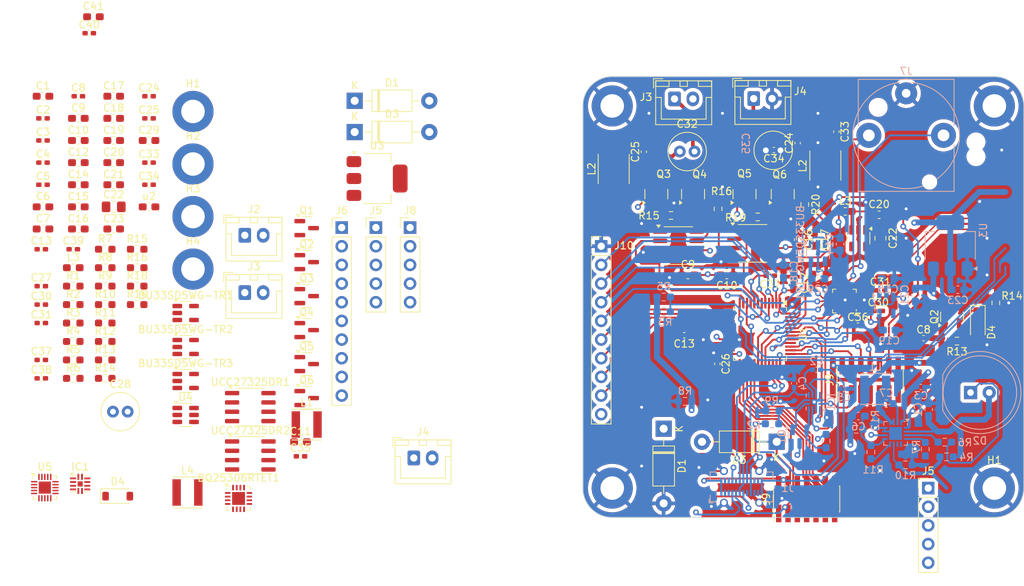
<source format=kicad_pcb>
(kicad_pcb (version 20240108) (generator "pcbnew") (generator_version "8.0")
  (layers (0 "F.Cu" signal) (1 "In1.Cu" signal) (2 "In2.Cu" signal) (31 "B.Cu" signal) (34 "B.Paste" user) (35 "F.Paste" user) (36 "B.SilkS" user "B.Silkscreen") (37 "F.SilkS" user "F.Silkscreen") (38 "B.Mask" user) (39 "F.Mask" user) (44 "Edge.Cuts" user))
  (net 0 "")
  (net 1 "Net-(BQ25306RTET1-STAT)")
  (net 2 "Net-(BQ25306RTET1-ICHG)")
  (net 5 "V_BAT-")
  (net 6 "Net-(BQ25306RTET1-FB_GND)")
  (net 7 "Net-(BQ25306RTET1-FB)")
  (net 8 "V_BAT+")
  (net 9 "Net-(BQ25306RTET1-SW-Pad13)")
  (net 10 "Net-(BQ25306RTET1-BTST)")
  (net 11 "V_SYS")
  (net 14 "1.8V")
  (net 15 "5V")
  (net 17 "3.3VDC")
  (net 18 "Net-(BU33SD5WG-TR2-VIN)")
  (net 20 "3.3VAC")
  (net 21 "Net-(IC1-IN_GD)")
  (net 22 "UCPD_CC1")
  (net 23 "Net-(D2-K)")
  (net 24 "Net-(D4-K)")
  (net 25 "Net-(D4-A)")
  (net 26 "Net-(IC1-GATE)")
  (net 27 "Net-(IC1-SOURCE)")
  (net 28 "Net-(D1-K)")
  (net 29 "Net-(Q3-G)")
  (net 30 "Net-(IC1-VBUS_CTRL)")
  (net 31 "Net-(Q4-G)")
  (net 32 "LINEOUT_R")
  (net 33 "LINEOUT_L")
  (net 34 "A Encodeur 1")
  (net 35 "B Encodeur 1")
  (net 36 "A Encodeur 2")
  (net 37 "B Encodeur 2")
  (net 38 "V_sense")
  (net 39 "REGN")
  (net 40 "OUT_L")
  (net 41 "OUT_R")
  (net 42 "band1")
  (net 43 "SYS_MCLK")
  (net 44 "LIGHT")
  (net 46 "TIM3_CH1")
  (net 47 "TIM3_CH2")
  (net 48 "TIM3_CH3")
  (net 49 "TIM3_CH4")
  (net 51 "EQ_BAND_BTN")
  (net 52 "band3")
  (net 53 "Potar_volume")
  (net 54 "band2")
  (net 55 "I2S_SCLK")
  (net 56 "I2S_LRCLK")
  (net 57 "I2S_DIN")
  (net 58 "USB_DM")
  (net 59 "USB_DP")
  (net 60 "I2S_DOUT")
  (net 61 "CTRL_DATA")
  (net 62 "Net-(C2-Pad1)")
  (net 63 "UCPD_CC2")
  (net 64 "CTRL_CLK")
  (net 68 "NRST")
  (net 69 "Net-(C24-Pad1)")
  (net 70 "Net-(C25-Pad1)")
  (net 74 "GND")
  (net 75 "Net-(J3-Pin_1)")
  (net 76 "Net-(J4-Pin_1)")
  (net 77 "LINEIN_R")
  (net 78 "LINEIN_L")
  (net 79 "V_AMPLIFIER_L")
  (net 80 "Net-(Q5-G)")
  (net 81 "Net-(Q6-G)")
  (net 82 "V_HO_R")
  (net 83 "V_LO_R")
  (net 84 "V_HO_L")
  (net 85 "V_LO_L")
  (net 88 "band0")
  (net 89 "V_AMPLIFIER_R")
  (net 90 "SWDIO")
  (net 101 "SWCLK")
  (net 102 "SWO")
  (net 103 "Net-(U1-PB8)")
  (net 106 "V_BUS")
  (net 107 "+5V")
  (net 108 "+3.3VADC")
  (net 109 "Net-(BU33SD5WG-TR3-VIN)")
  (net 111 "Net-(D3-K)")
  (net 112 "Net-(J2-Pin_1)")
  (net 113 "Net-(U5-VAG)")
  (net 120 "Net-(J1-D+-PadA6)")
  (net 121 "Net-(J1-D--PadA7)")
  (net 127 "+3.3V")
  (net 128 "+1V8")
  (net 129 "+3.3VA")
  (footprint "Capacitor_SMD:C_0402_1005Metric_Pad0.74x0.62mm_HandSolder" (layer "F.Cu") (at 64.97 79.72)
    (property "Reference" "C34")
    (property "Value" "10u")
  )
  (footprint "Capacitor_SMD:C_0603_1608Metric_Pad1.08x0.95mm_HandSolder" (layer "F.Cu") (at 60.16 70.69)
    (property "Reference" "C18")
    (property "Value" "1u")
  )
  (footprint "Resistor_SMD:R_0603_1608Metric_Pad0.98x0.95mm_HandSolder" (layer "F.Cu") (at 156.2 91.9)
    (property "Reference" "R17" (hide yes))
    (property "Value" "510" (hide yes))
  )
  (footprint "Capacitor_SMD:C_0402_1005Metric_Pad0.74x0.62mm_HandSolder" (layer "F.Cu") (at 50.54 73.7)
    (property "Reference" "C3")
    (property "Value" "10u")
  )
  (footprint "MountingHole:MountingHole_3.2mm_M3_DIN965_Pad" (layer "F.Cu") (at 70.95 69.75)
    (property "Reference" "H1")
    (property "Value" "MountingHole_Pad")
  )
  (footprint "Capacitor_SMD:C_0603_1608Metric_Pad1.08x0.95mm_HandSolder" (layer "F.Cu") (at 64.97 73.7)
    (property "Reference" "C29")
    (property "Value" "1u")
  )
  (footprint "Capacitor_SMD:C_0402_1005Metric_Pad0.74x0.62mm_HandSolder" (layer "F.Cu") (at 132.3 75.2325 90)
    (property "Reference" "C25")
    (property "Value" "10u")
  )
  (footprint "Capacitor_SMD:C_0603_1608Metric_Pad1.08x0.95mm_HandSolder" (layer "F.Cu") (at 60.16 73.7)
    (property "Reference" "C19")
    (property "Value" "1u")
  )
  (footprint "Package_TO_SOT_SMD:SOT-23" (layer "F.Cu") (at 174.25 97.6875 90)
    (property "Reference" "Q2")
    (property "Value" "SI2303CDS-T1-GE3" (hide yes))
  )
  (footprint "Package_DFN_QFN:QFN-20-1EP_3x3mm_P0.4mm_EP1.65x1.65mm" (layer "F.Cu") (at 50.79 120.93)
    (property "Reference" "U5")
    (property "Value" "SGTL5000XNLA3")
  )
  (footprint "Package_TO_SOT_SMD:SOT-23" (layer "F.Cu") (at 86.42 94.875)
    (property "Reference" "Q3")
    (property "Value" "SI2304DDS-T1-GE3")
  )
  (footprint "MountingHole:MountingHole_3.2mm_M3_DIN965_Pad" (layer "F.Cu") (at 70.95 91.2)
    (property "Reference" "H4")
    (property "Value" "MountingHole_Pad")
  )
  (footprint "Package_TO_SOT_SMD:SOT-23" (layer "F.Cu") (at 86.42 90.25)
    (property "Reference" "Q2")
    (property "Value" "SI2303CDS-T1-GE3")
  )
  (footprint "Package_SO:SOIC-8_3.9x4.9mm_P1.27mm" (layer "F.Cu") (at 147.1 87.7)
    (property "Reference" "UCC27325DR2" (hide yes))
    (property "Value" "~")
  )
  (footprint "Capacitor_SMD:C_0603_1608Metric_Pad1.08x0.95mm_HandSolder" (layer "F.Cu") (at 164.314 83.813)
    (property "Reference" "C20")
    (property "Value" "1u")
  )
  (footprint "Capacitor_SMD:C_0402_1005Metric_Pad0.74x0.62mm_HandSolder" (layer "F.Cu") (at 50.31 103.56)
    (property "Reference" "C37")
    (property "Value" "100n")
  )
  (footprint "Inductor_SMD:L_Vishay_IFSC-1515AH_4x4x1.8mm" (layer "F.Cu") (at 70.2 121.6)
    (property "Reference" "L4")
    (property "Value" "6u3")
  )
  (footprint "Package_TO_SOT_SMD:SOT-23" (layer "F.Cu") (at 139 81 90)
    (property "Reference" "Q4")
    (property "Value" "SI2303CDS-T1-GE3" (hide yes))
  )
  (footprint "Resistor_SMD:R_0603_1608Metric_Pad0.98x0.95mm_HandSolder" (layer "F.Cu") (at 59.01 101.05)
    (property "Reference" "R12")
    (property "Value" "1k")
  )
  (footprint "Resistor_SMD:R_0603_1608Metric_Pad0.98x0.95mm_HandSolder" (layer "F.Cu") (at 136 83.9 180)
    (property "Reference" "R15")
    (property "Value" "10" (hide yes))
  )
  (footprint "Capacitor_SMD:C_0402_1005Metric_Pad0.74x0.62mm_HandSolder" (layer "F.Cu") (at 50.31 106.07)
    (property "Reference" "C38")
    (property "Value" "100n")
  )
  (footprint "Resistor_SMD:R_0603_1608Metric_Pad0.98x0.95mm_HandSolder" (layer "F.Cu") (at 59.01 93.52)
    (property "Reference" "R9")
    (property "Value" "~")
  )
  (footprint "Resistor_SMD:R_0603_1608Metric_Pad0.98x0.95mm_HandSolder" (layer "F.Cu") (at 63.36 88.5)
    (property "Reference" "R15")
    (property "Value" "10")
  )
  (footprint "Capacitor_SMD:C_0402_1005Metric_Pad0.74x0.62mm_HandSolder" (layer "F.Cu") (at 158.5 72.5 -90)
    (property "Reference" "C33")
    (property "Value" "10u")
  )
  (footprint "Resistor_SMD:R_0603_1608Metric_Pad0.98x0.95mm_HandSolder" (layer "F.Cu") (at 59.01 96.03)
    (property "Reference" "R10")
    (property "Value" "23.2k")
  )
  (footprint "Inductor_SMD:L_Vishay_IFSC-1515AH_4x4x1.8mm" (layer "F.Cu") (at 86.42 112.35)
    (property "Reference" "L1")
    (property "Value" "2.2u")
  )
  (footprint "Capacitor_SMD:C_0402_1005Metric_Pad0.74x0.62mm_HandSolder" (layer "F.Cu") (at 137.8 100.2 180)
    (property "Reference" "C13")
    (property "Value" "100n")
  )
  (footprint "Inductor_SMD:L_Vishay_IFSC-1515AH_4x4x1.8mm" (layer "F.Cu") (at 128.2 77.575 90)
    (property "Reference" "L2")
    (property "Value" "6u3")
  )
  (footprint "Capacitor_SMD:C_0402_1005Metric_Pad0.74x0.62mm_HandSolder" (layer "F.Cu") (at 161.4325 98.9)
    (property "Reference" "C36")
    (property "Value" "100n")
  )
  (footprint "Connector_JST:JST_XH_B2B-XH-A_1x02_P2.50mm_Vertical" (layer "F.Cu") (at 136.475 68.04)
    (property "Reference" "J3")
    (property "Value" "Conn_01x02" (hide yes))
  )
  (footprint "Package_TO_SOT_SMD:SOT-23" (layer "F.Cu") (at 146 81 90)
    (property "Reference" "Q5")
    (property "Value" "SI2304DDS-T1-GE3")
  )
  (footprint "Capacitor_SMD:C_0603_1608Metric_Pad1.08x0.95mm_HandSolder" (layer "F.Cu") (at 50.54 67.68)
    (property "Reference" "C1")
    (property "Value" "2.2u")
  )
  (footprint "Capacitor_SMD:C_0603_1608Metric_Pad1.08x0.95mm_HandSolder" (layer "F.Cu") (at 153.3 87.2 -90)
    (property "Reference" "C16")
    (property "Value" "0.1u")
  )
  (footprint "Capacitor_SMD:C_0402_1005Metric_Pad0.74x0.62mm_HandSolder" (layer "F.Cu") (at 56.8325 59.1)
    (property "Reference" "C40")
    (property "Value" "10n")
  )
  (footprint "Package_TO_SOT_SMD:SOT-23-5" (layer "F.Cu") (at 69.95 97.175)
    (property "Reference" "BU33SD5WG-TR1")
    (property "Value" "LM1117DT-3.3")
  )
  (footprint "Capacitor_SMD:C_0402_1005Metric_Pad0.74x0.62mm_HandSolder" (layer "F.Cu") (at 150 75 180)
    (property "Reference" "C34")
    (property "Value" "10u")
  )
  (footprint "Capacitor_SMD:C_0603_1608Metric_Pad1.08x0.95mm_HandSolder" (layer "F.Cu") (at 55.35 76.71)
    (property "Reference" "C12")
    (property "Value" "1u")
  )
  (footprint "Resistor_SMD:R_0603_1608Metric_Pad0.98x0.95mm_HandSolder" (layer "F.Cu") (at 59.01 106.07)
    (property "Reference" "R14")
    (property "Value" "10k")
  )
  (footprint "Connector_PinHeader_2.54mm:PinHeader_1x05_P2.54mm_Vertical" (layer "F.Cu") (at 171 121)
    (property "Reference" "J5")
    (property "Value" "Conn_01x05")
  )
  (footprint "Capacitor_SMD:C_0603_1608Metric_Pad1.08x0.95mm_HandSolder" (layer "F.Cu") (at 55.35 79.72)
    (property "Reference" "C14")
    (property "Value" "1u")
  )
  (footprint "Capacitor_SMD:C_0402_1005Metric_Pad0.74x0.62mm_HandSolder" (layer "F.Cu") (at 64.97 67.68)
    (property "Reference" "C24")
    (property "Value" "10u")
  )
  (footprint "Capacitor_SMD:C_0603_1608Metric_Pad1.08x0.95mm_HandSolder" (layer "F.Cu") (at 85.58 114.71)
    (property "Reference" "C11")
    (property "Value" "4.7u")
  )
  (footprint "Package_TO_SOT_SMD:SOT-23" (layer "F.Cu") (at 86.42 104.125)
    (property "Reference" "Q5")
    (property "Value" "SI2304DDS-T1-GE3")
  )
  (footprint "Package_DFN_QFN:WQFN-16-1EP_3x3mm_P0.5mm_EP1.75x1.75mm" (layer "F.Cu") (at 77.15 122.41)
    (property "Reference" "BQ25306RTET1")
    (property "Value" "~")
  )
  (footprint "Package_DFN_QFN:QFN-20-1EP_3x3mm_P0.4mm_EP1.65x1.65mm" (layer "F.Cu") (at 159.6 95.55 180)
    (property "Reference" "U2" (hide yes))
    (property "Value" "SGTL5000XNLA3")
  )
  (footprint "Capacitor_THT:C_Radial_D5.0mm_H11.0mm_P2.00mm" (layer "F.Cu") (at 60.06 110.6)
    (property "Reference" "C28")
    (property "Value" "100u")
  )
  (footprint "Resistor_SMD:R_0603_1608Metric_Pad0.98x0.95mm_HandSolder" (layer "F.Cu") (at 63.36 96.03)
    (property "Reference" "R19")
    (property "Value" "10")
  )
  (footprint "Diode_THT:D_DO-41_SOD81_P10.16mm_Horizontal" (layer "F.Cu") (at 135 112.92 -90)
    (property "Reference" "D1")
    (property "Value" "1N5817")
  )
  (footprint "Package_SO:SOIC-8_3.9x4.9mm_P1.27mm" (layer "F.Cu") (at 78.75 109.98)
    (property "Reference" "UCC27325DR1")
    (property "Value" "~")
  )
  (footprint "Capacitor_SMD:C_0603_1608Metric_Pad1.08x0.95mm_HandSolder" (layer "F.Cu") (at 50.54 82.73)
    (property "Reference" "C6")
    (property "Value" "47nF")
  )
  (footprint "Connector_PinHeader_2.54mm:PinHeader_1x05_P2.54mm_Vertical" (layer "F.Cu") (at 100.49 85.55)
    (property "Reference" "J8")
    (property "Value" "Conn_01x05")
  )
  (footprint "Capacitor_SMD:C_0603_1608Metric_Pad1.08x0.95mm_HandSolder" (layer "F.Cu") (at 60.16 67.68)
    (property "Reference" "C17")
    (property "Value" "1.0u")
  )
  (footprint "Package_TO_SOT_SMD:SOT-223-3_TabPin2" (layer "F.Cu") (at 96 78.875)
    (property "Reference" "U3")
    (property "Value" "AZ1117-5.0")
  )
  (footprint "Capacitor_THT:C_Radial_D5.0mm_H11.0mm_P2.00mm" (layer "F.Cu") (at 137.2 75.2)
    (property "Reference" "C32")
    (property "Value" "100u")
  )
  (footprint "MountingHole:MountingHole_3.2mm_M3_DIN965_Pad" (layer "F.Cu") (at 128 69)
    (property "Reference" "H4" (hide yes))
    (property "Value" "MountingHole_Pad" (hide yes))
  )
  (footprint "Resistor_SMD:R_0603_1608Metric_Pad0.98x0.95mm_HandSolder" (layer "F.Cu") (at 59.01 88.5)
    (property "Reference" "R7")
    (property "Value" "1k")
  )
  (footprint "Connector_JST:JST_XH_B2B-XH-A_1x02_P2.50mm_Vertical" (layer "F.Cu") (at 78 94.4)
    (property "Reference" "J3")
    (property "Value" "Conn_01x02")
  )
  (footprint "Package_SO:SOIC-8_3.9x4.9mm_P1.27mm" (layer "F.Cu") (at 137 88)
    (property "Reference" "UCC27325DR1" (hide yes))
    (property "Value" "~" (hide yes))
  )
  (footprint "Capacitor_SMD:C_0402_1005Metric_Pad0.74x0.62mm_HandSolder" (layer "F.Cu") (at 54.66 88.5)
    (property "Reference" "C39")
    (property "Value" "100n")
  )
  (footprint "Capacitor_SMD:C_0603_1608Metric_Pad1.08x0.95mm_HandSolder" (layer "F.Cu") (at 138.3 92)
    (property "Reference" "C9")
    (property "Value" "0.1u")
  )
  (footprint "Capacitor_SMD:C_0402_1005Metric_Pad0.74x0.62mm_HandSolder" (layer "F.Cu") (at 50.31 98.54)
    (property "Reference" "C31")
    (property "Value" "100n")
  )
  (footprint "Resistor_SMD:R_0603_1608Metric_Pad0.98x0.95mm_HandSolder" (layer "F.Cu") (at 59.01 91.01)
    (property "Reference" "R8")
    (property "Value" "~")
  )
  (footprint "Capacitor_THT:C_Radial_D5.0mm_H11.0mm_P2.00mm" (layer "F.Cu") (at 148.9 75.04)
    (property "Reference" "C35")
    (property "Value" "100u")
  )
  (footprint "Capacitor_SMD:C_0402_1005Metric_Pad0.74x0.62mm_HandSolder" (layer "F.Cu") (at 50.31 96.03)
    (property "Reference" "C30")
    (property "Value" "100n")
  )
  (footprint "Capacitor_SMD:C_0402_1005Metric_Pad0.74x0.62mm_HandSolder" (layer "F.Cu") (at 164.5 94.1)
    (property "Reference" "C31")
    (property "Value" "100n")
  )
  (footprint "Inductor_SMD:L_Vishay_IFSC-1515AH_4x4x1.8mm" (layer "F.Cu") (at 157 77.1 90)
    (property "Reference" "L2")
    (property "Value" "6u3")
  )
  (footprint "Inductor_SMD:L_0603_1608Metric_Pad1.05x0.95mm_HandSolder" (layer "F.Cu") (at 54.66 91.01)
    (property "Reference" "L3")
    (property "Value" "39n")
  )
  (footprint "Capacitor_SMD:C_0603_1608Metric_Pad1.08x0.95mm_HandSolder" (layer "F.Cu") (at 57.4025 56.86)
    (property "Reference" "C41")
    (property "Value" "1u")
  )
  (footprint "Capacitor_SMD:C_0402_1005Metric_Pad0.74x0.62mm_HandSolder" (layer "F.Cu") (at 50.31 93.52)
    (property "Reference" "C27")
    (property "Value" "100n")
  )
  (footprint "Resistor_SMD:R_0603_1608Metric_Pad0.98x0.95mm_HandSolder" (layer "F.Cu") (at 54.66 103.56)
    (property "Reference" "R5")
    (property "Value" "~")
  )
  (footprint "Resistor_SMD:R_0603_1608Metric_Pad0.98x0.95mm_HandSolder" (layer "F.Cu") (at 147.8 84.1 180)
    (property "Reference" "R19")
    (property "Value" "10" (hide yes))
  )
  (footprint "Capacitor_SMD:C_0603_1608Metric_Pad1.08x0.95mm_HandSolder" (layer "F.Cu") (at 55.35 82.73)
    (property "Reference" "C15")
    (property "Value" "1u")
  )
  (footprint "MountingHole:MountingHole_3.2mm_M3_DIN965_Pad" (layer "F.Cu") (at 70.95 76.9)
    (property "Reference" "H2")
    (property "Value" "MountingHole_Pad")
  )
  (footprint "Resistor_SMD:R_0603_1608Metric_Pad0.98x0.95mm_HandSolder" (layer "F.Cu") (at 59.01 98.54)
    (property "Reference" "R11")
    (property "Value" "200k")
  )
  (footprint "Resistor_SMD:R_0603_1608Metric_Pad0.98x0.95mm_HandSolder" (layer "F.Cu") (at 54.66 93.52)
    (property "Reference" "R1")
    (property "Value" "~")
  )
  (footprint "Package_QFP:LQFP-48_7x7mm_P0.5mm" (layer "F.Cu") (at 148.1 100 -90)
    (property "Reference" "U1")
    (property "Value" "STM32G491CET6")
  )
  (footprint "MountingHole:MountingHole_3.2mm_M3_DIN965_Pad" (layer "F.Cu") (at 128 121)
    (property "Reference" "H2" (hide yes))
    (property "Value" "MountingHole_Pad" (hide yes))
  )
  (footprint "Capacitor_SMD:C_0402_1005Metric_Pad0.74x0.62mm_HandSolder" (layer "F.Cu") (at 55.35 67.68)
    (property "Reference" "C8")
    (property "Value" "10u")
  )
  (footprint "Capacitor_SMD:C_0603_1608Metric_Pad1.08x0.95mm_HandSolder" (layer "F.Cu") (at 143.6 92 180)
    (property "Reference" "C10")
    (property "Value" "1.0u")
  )
  (footprint "Resistor_SMD:R_0603_1608Metric_Pad0.98x0.95mm_HandSolder" (layer "F.Cu") (at 180.2 95.8 -90)
    (property "Reference" "R14")
    (property "Value" "10k" (hide yes))
  )
  (footprint "Capacitor_SMD:C_0402_1005Metric_Pad0.74x0.62mm_HandSolder" (layer "F.Cu") (at 164.2 96.9)
    (property "Reference" "C30")
    (property "Value" "100n")
  )
  (footprint "Capacitor_SMD:C_0402_1005Metric_Pad0.74x0.62mm_HandSolder" (layer "F.Cu") (at 85.58 116.68)
    (property "Reference" "C35")
    (property "Value" "10n")
  )
  (footprint "Connector_PinHeader_2.54mm:PinHeader_1x10_P2.54mm_Vertical" (layer "F.Cu") (at 126.5 88.09)
    (property "Reference" "J10")
    (property "Value" "Conn_01x10" (hide yes))
  )
  (footprint "Package_TO_SOT_SMD:SOT-23" (layer "F.Cu") (at 86.42 108.75)
    (property "Reference" "Q6")
    (property "Value" "SI2303CDS-T1-GE3")
  )
  (footprint "Capacitor_SMD:C_0603_1608Metric_Pad1.08x0.95mm_HandSolder" (layer "F.Cu") (at 55.35 70.69)
    (property "Reference" "C9")
    (property "Value" "0.1u")
  )
  (footprint "Package_TO_SOT_SMD:SOT-23-5" (layer "F.Cu") (at 69.95 101.8)
    (property "Reference" "BU33SD5WG-TR2")
    (property "Value" "LM1117DT-3.3")
  )
  (footprint "Package_SO:SOIC-8_3.9x4.9mm_P1.27mm" (layer "F.Cu") (at 78.75 116.56)
    (property "Reference" "UCC27325DR2")
    (property "Value" "~")
  )
  (footprint "Capacitor_SMD:C_0402_1005Metric_Pad0.74x0.62mm_HandSolder" (layer "F.Cu") (at 64.97 76.71)
    (property "Reference" "C33")
    (property "Value" "10u")
  )
  (footprint "Package_DFN_QFN:LQFN-12-1EP_2x2mm_P0.5mm_EP0.7x0.7mm" (layer "F.Cu") (at 55.6 120.43)
    (property "Reference" "IC1")
    (property "Value" "TCPP01-M12")
  )
  (footprint "Inductor_SMD:L_0603_1608Metric_Pad1.05x0.95mm_HandSolder" (layer "F.Cu") (at 159.711 83.352)
    (property "Reference" "L3")
    (property "Value" "39n")
  )
  (footprint "Connector_JST:JST_XH_B2B-XH-A_1x02_P2.50mm_Vertical" (layer "F.Cu") (at 147.25 68)
    (property "Reference" "J4")
    (property "Value" "Conn_01x02" (hide yes))
  )
  (footprint "Package_TO_SOT_SMD:SOT-23" (layer "F.Cu") (at 86.42 85.625)
    (property "Reference" "Q1")
    (property "Value" "SI2304DDS-T1-GE3")
  )
  (footprint "Diode_THT:D_DO-41_SOD81_P10.16mm_Horizontal" (layer "F.Cu") (at 92.95 68.3)
    (property "Reference" "D1")
    (property "Value" "1N5817")
  )
  (footprint "Capacitor_SMD:C_0603_1608Metric_Pad1.08x0.95mm_HandSolder" (layer "F.Cu") (at 64.97 82.73)
    (property "Reference" "u2")
    (property "Value" "1u")
  )
  (footprint "Capacitor_SMD:C_0402_1005Metric_Pad0.74x0.62mm_HandSolder" (layer "F.Cu") (at 50.54 79.72)
    (property "Reference" "C5")
    (property "Value" "10u")
  )
  (footprint "Resistor_SMD:R_0603_1608Metric_Pad0.98x0.95mm_HandSolder" (layer "F.Cu") (at 54.66 106.07)
    (property "Reference" "R6")
    (property "Value" "23.2k")
  )
  (footprint "Resistor_SMD:R_0603_1608Metric_Pad0.98x0.95mm_HandSolder" (layer "F.Cu") (at 54.66 98.54)
    (property "Reference" "R3")
    (property "Value" "~")
  )
  (footprint "MountingHole:MountingHole_3.2mm_M3_DIN965_Pad" (layer "F.Cu") (at 180 121)
    (property "Reference" "H1")
    (property "Value" "MountingHole_Pad" (hide yes))
  )
  (footprint "Resistor_SMD:R_0603_1608Metric_Pad0.98x0.95mm_HandSolder" (layer "F.Cu") (at 142.4 83 90)
    (property "Reference" "R16")
    (property "Value" "10" (hide yes))
  )
  (footprint "Capacitor_SMD:C_0603_1608Metric_Pad1.08x0.95mm_HandSolder" (layer "F.Cu") (at 60.16 85.74)
    (property "Reference" "C23")
    (property "Value" "1u")
  )
  (footprint "Resistor_SMD:R_0603_1608Metric_Pad0.98x0.95mm_HandSolder" (layer "F.Cu") (at 54.66 96.03)
    (property "Reference" "R2")
    (property "Value" "~")
  )
  (footprint "Resistor_SMD:R_0603_1608Metric_Pad0.98x0.95mm_HandSolder" (layer "F.Cu") (at 63.36 91.01)
    (property "Reference" "R16")
    (property "Value" "10")
  )
  (footprint "Capacitor_SMD:C_0603_1608Metric_Pad1.08x0.95mm_HandSolder" (layer "F.Cu") (at 60.16 79.72)
    (property "Reference" "C21")
    (property "Value" "10u")
  )
  (footprint "Capacitor_SMD:C_0402_1005Metric_Pad0.74x0.62mm_HandSolder" (layer "F.Cu") (at 149.5 92.1 180)
    (property "Reference" "C37")
    (property "Value" "100n")
  )
  (footprint "Resistor_SMD:R_0603_1608Metric_Pad0.98x0.95mm_HandSolder" (layer "F.Cu") (at 59.01 103.56)
    (property "Reference" "R13")
    (property "Value" "1M1")
  )
  (footprint "Resistor_SMD:R_0603_1608Metric_Pad0.98x0.95mm_HandSolder" (layer "F.Cu") (at 154.2 82.4 90)
    (property "Reference" "R20")
    (property "Value" "10" (hide yes))
  )
  (footprint "Capacitor_SMD:C_0603_1608Metric_Pad1.08x0.95mm_HandSolder" (layer "F.Cu") (at 50.54 85.74)
    (property "Reference" "C7")
    (property "Value" "470u")
  )
  (footprint "Capacitor_SMD:C_0402_1005Metric_Pad0.74x0.62mm_HandSolder" (layer "F.Cu") (at 153.229 74.054 90)
    (property "Reference" "C24")
    (property "Value" "10u")
  )
  (footprint "Diode_SMD:D_SOD-123" (layer "F.Cu") (at 60.705 122.1)
    (property "Reference" "D4")
    (property "Value" "1N4148W")
  )
  (footprint "Capacitor_SMD:C_0402_1005Metric_Pad0.74x0.62mm_HandSolder" (layer "F.Cu") (at 170.3625 100.6)
    (property "Reference" "C8")
    (property "Value" "10u")
  )
  (footprint "Capacitor_SMD:C_0402_1005Metric_Pad0.74x0.62mm_HandSolder" (layer "F.Cu") (at 50.54 76.71)
    (property "Reference" "C4")
    (property "Value" "10u")
  )
  (footprint "Package_TO_SOT_SMD:SOT-23" (layer "F.Cu") (at 86.42 99.5)
    (property "Reference" "Q4")
    (property "Value" "SI2303CDS-T1-GE3")
  )
  (footprint "Package_TO_SOT_SMD:SOT-23" (layer "F.Cu") (at 134 81 90)
    (property "Reference" "Q3")
    (property "Value" "SI2304DDS-T1-GE3" (hide yes))
  )
  (footprint "Resistor_SMD:R_0603_1608Metric_Pad0.98x0.95mm_HandSolder" (layer "F.Cu") (at 174.9125 101 180)
    (property "Reference" "R13")
    (property "Value" "1M1" (hide yes))
  )
  (footprint "Package_TO_SOT_SMD:SOT-23-5" (layer "F.Cu") (at 161.5 87 -90)
    (property "Reference" "BU33SD5WG-TR2" (hide yes))
    (property "Value" "LM1117DT-3.3")
  )
  (footprint "Capacitor_SMD:C_0603_1608Metric_Pad1.08x0.95mm_HandSolder" (layer "F.Cu") (at 55.35 73.7)
    (property "Reference" "C10")
    (property "Value" "1.0u")
  )
  (footprint "Connector_PinHeader_1.27mm:PinHeader_2x07_P1.27mm_Vertical_SMD" (layer "F.Cu") (at 163.1 106.25 90)
    (property "Reference" "J9")
    (property "Value" "Conn_ST_STDC14")
  )
  (footprint "Capacitor_SMD:C_0402_1005Metric_Pad0.74x0.62mm_HandSolder" (layer "F.Cu") (at 142.3 104.1 -90)
    (property "Reference" "C26")
    (property "Value" "100n")
  )
  (footprint "Package_TO_SOT_SMD:SOT-23-6" (layer "F.Cu") (at 69.95 111.05)
    (property "Reference" "U4")
    (property "Value" "USBLC6-2SC6")
  )
  (footprint "Diode_THT:D_DO-41_SOD81_P10.16mm_Horizontal" (layer "F.Cu") (at 150.38 114.7 180)
    (property "Reference" "D3")
    (property "Value" "1N5817")
  )
  (footprint "Connector_PinHeader_2.54mm:PinHeader_1x10_P2.54mm_Vertical" (layer "F.Cu") (at 91.19 85.55)
    (property "Reference" "J6")
    (property "Value" "Conn_01x10")
  )
  (footprint "MountingHole:MountingHole_3.2mm_M3_DIN965_Pad" (layer "F.Cu") (at 70.95 84.05)
    (property "Reference" "H3")
    (property "Value" "MountingHole_Pad")
  )
  (footprint "Connector_JST:JST_XH_B2B-XH-A_1x02_P2.50mm_Vertical" (layer "F.Cu") (at 78 86.6)
    (property "Reference" "J2")
    (property "Value" "Conn_01x02")
  )
  (footprint "Capacitor_SMD:C_0402_1005Metric_Pad0.74x0.62mm_HandSolder" (layer "F.Cu") (at 50.54 70.69)
    (property "Reference" "C2")
    (property "Value" "10u")
  )
  (footprint "Connector_JST:JST_XH_B2B-XH-A_1x02_P2.50mm_Vertical" (layer "F.Cu") (at 101 116.9)
    (property "Reference" "J4")
    (property "Value" "Conn_01x02")
  )
  (footprint "Capacitor_SMD:C_0603_1608Metric_Pad1.08x0.95mm_HandSolder" (layer "F.Cu") (at 60.16 76.71)
    (property "Reference" "C20")
    (property "Value" "1u")
  )
  (footprint "Capacitor_SMD:C_0402_1005Metric_Pad0.74x0.62mm_HandSolder" (layer "F.Cu") (at 64.97 70.69)
    (property "Reference" "C25")
    (property "Value" "10u")
  )
  (footprint "Diode_THT:D_DO-41_SOD81_P10.16mm_Horizontal" (layer "F.Cu") (at 92.95 72.55)
    (property "Reference" "D3")
    (property "Value" "1N5817")
  )
  (footprint "Package_TO_SOT_SMD:SOT-23" (layer "F.Cu") (at 151.2 81 90)
    (property "Reference" "Q6")
    (property "Value" "SI2303CDS-T1-GE3" (hide yes))
  )
  (footprint "Capacitor_SMD:C_0603_1608Metric_Pad1.08x0.95mm_HandSolder" (layer "F.Cu") (at 155.5 87.1625 -90)
    (property "Reference" "C17")
    (property "Value" "1.0u")
  )
  (footprint "Connector_PinHeader_2.54mm:PinHeader_1x05_P2.54mm_Vertical" (layer "F.Cu") (at 95.84 85.55)
    (property "Reference" "J5")
    (property "Value" "Conn_01x05")
  )
  (footprint "Capacitor_SMD:C_0805_2012Metric_Pad1.18x1.45mm_HandSolder" (layer "F.Cu") (at 60.16 82.73)
    (property "Reference" "C22")
    (property "Value" "22u")
  )
  (footprint "Resistor_SMD:R_0603_1608Metric_Pad0.98x0.95mm_HandSolder" (layer "F.Cu") (at 63.36 93.52)
    (property "Reference" "R18")
    (property "Value" "10")
  )
  (footprint "Capacitor_SMD:C_0603_1608Metric_Pad1.08x0.95mm_HandSolder" (layer "F.Cu") (at 152.7 93.1 -90)
    (property "Reference" "C12")
    (property "Value" "1u")
  )
  (footprint "Capacitor_SMD:C_0805_2012Metric_Pad1.18x1.45mm_HandSolder" (layer "F.Cu") (at 164.5 87 90)
    (property "Reference" "C22")
    (property "Value" "22u" (hide yes))
  )
  (footprint "Package_TO_SOT_SMD:SOT-23-5" (layer "F.Cu") (at 69.95 106.425)
    (property "Reference" "BU33SD5WG-TR3")
    (property "Value" "LM1117DT-3.3")
  )
  (footprint "Resistor_SMD:R_0603_1608Metric_Pad0.98x0.95mm_HandSolder" (layer "F.Cu") (at 54.66 101.05)
    (property "Reference" "R4")
    (property "Value" "4.5k")
  )
  (footprint "Capacitor_SMD:C_0402_1005Metric_Pad0.74x0.62mm_HandSolder" (layer "F.Cu") (at 50.31 88.5)
    (property "Reference" "C13")
    (property "Value" "100n")
  )
  (footprint "Diode_SMD:D_SOD-123" (layer "F.Cu") (at 177.75 98.5 -90)
    (property "Reference" "D4")
    (property "Value" "1N4148W" (hide yes))
  )
  (footprint "Connector_PinHeader_1.27mm:PinHeader_2x07_P1.27mm_Vertical_SMD" (layer "F.Cu") (at 154.46 122.5 90)
    (property "Reference" "J9")
    (property "Value" "Conn_ST_STDC14")
  )
  (footprint "Capacitor_SMD:C_0603_1608Metric_Pad1.08x0.95mm_HandSolder" (layer "F.Cu") (at 55.35 85.74)
    (property "Reference" "C16")
    (property "Value" "0.1u")
  )
  (footprint "MountingHole:MountingHole_3.2mm_M3_DIN965_Pad" (layer "F.Cu") (at 180 69)
    (property "Reference" "H3" (hide yes))
    (property "Value" "MountingHole_Pad" (hide yes))
  )
  (footprint "Package_TO_SOT_SMD:SOT-23-5" (layer "B.Cu") (at 156 89 -90)
    (property "Reference" "BU33SD5WG-TR1")
    (property "Value" "LM1117DT-3.3")
  )
  (footprint "Connector_USB:USB_C_Receptacle_GCT_USB4115-03-C" (layer "B.Cu") (at 145.6 120.835)
    (property "Reference" "J1")
    (property "Value" "USB_C_Receptacle" (hide yes))
  )
  (footprint "Capacitor_SMD:C_0402_1005Metric_Pad0.74x0.62mm_HandSolder" (layer "B.Cu") (at 170 107.25)
    (property "Reference" "C3")
    (property "Value" "10u")
  )
  (footprint "Capacitor_SMD:C_0603_1608Metric_Pad1.08x0.95mm_HandSolder" (layer "B.Cu") (at 151.3 91.5 90)
    (property "Reference" "C18")
    (property "Value" "1u")
  )
  (footprint "Capacitor_SMD:C_0603_1608Metric_Pad1.08x0.95mm_HandSolder" (layer "B.Cu") (at 165.7 99.5)
    (property "Reference" "C19")
    (property "Value" "1u")
  )
  (footprint "Connector_Audio:Jack_6.35mm_Neutrik_NJ3FD-V_Vertical" (layer "B.Cu") (at 168 67.28 180)
    (property "Reference" "J7")
    (property "Value" "AudioJack3")
  )
  (footprint "Package_DFN_QFN:LQFN-12-1EP_2x2mm_P0.5mm_EP0.7x0.7mm" (layer "B.Cu") (at 155.5 109.2875 90)
    (property "Reference" "IC1")
    (property "Value" "TCPP01-M12")
  )
  (footprint "Resistor_SMD:R_0603_1608Metric_Pad0.98x0.95mm_HandSolder" (layer "B.Cu") (at 135 97 180)
    (property "Reference" "R3")
    (property "Value" "~" (hide yes))
  )
  (footprint "Package_TO_SOT_SMD:SOT-23" (layer "B.Cu") (at 153.5 114 -90)
    (property "Reference" "Q1")
    (property "Value" "SI2304DDS-T1-GE3")
  )
  (footprint "Resistor_SMD:R_0603_1608Metric_Pad0.98x0.95mm_HandSolder" (layer "B.Cu") (at 170.6 115.7 -90)
    (property "Reference" "R7")
    (property "Value" "1k" (hide yes))
  )
  (footprint "Capacitor_SMD:C_0603_1608Metric_Pad1.08x0.95mm_HandSolder" (layer "B.Cu") (at 175.0375 94)
    (property "Reference" "C23")
    (property "Value" "1u")
  )
  (footprint "Package_DFN_QFN:WQFN-16-1EP_3x3mm_P0.5mm_EP1.75x1.75mm" (layer "B.Cu") (at 166.56 113.56 180)
    (property "Reference" "BQ25306RTET1" (hide yes))
    (property "Value" "~" (hide yes))
  )
  (footprint "Capacitor_SMD:C_0603_1608Metric_Pad1.08x0.95mm_HandSolder" (layer "B.Cu") (at 171.062 110.311 -90)
    (property "Reference" "C1")
    (property "Value" "2.2u")
  )
  (footprint "Resistor_SMD:R_0603_1608Metric_Pad0.98x0.95mm_HandSolder" (layer "B.Cu") (at 173.25 114.75)
    (property "Reference" "R6")
    (property "Value" "23.2k" (hide yes))
  )
  (footprint "Capacitor_SMD:C_0603_1608Metric_Pad1.08x0.95mm_HandSolder" (layer "B.Cu") (at 169.25 94.75 -90)
    (property "Reference" "C21")
    (property "Value" "10u")
  )
  (footprint "LED_THT:LED_D10.0mm" (layer "B.Cu") (at 176.76 108)
    (property "Reference" "D2")
    (property "Value" "LED_Small")
  )
  (footprint "Capacitor_SMD:C_0402_1005Metric_Pad0.74x0.62mm_HandSolder" (layer "B.Cu") (at 155.8 104.9 180)
    (property "Reference" "C2")
    (property "Value" "10u")
  )
  (footprint "Resistor_SMD:R_0603_1608Metric_Pad0.98x0.95mm_HandSolder" (layer "B.Cu") (at 157.1 114.6 90)
    (property "Reference" "R1" (hide yes))
    (property "Value" "~")
  )
  (footprint "Capacitor_SMD:C_0402_1005Metric_Pad0.74x0.62mm_HandSolder" (layer "B.Cu") (at 159.5 107.5)
    (property "Reference" "C5")
    (property "Value" "10u")
  )
  (footprint "Capacitor_SMD:C_0603_1608Metric_Pad1.08x0.95mm_HandSolder" (layer "B.Cu") (at 165.524092 92.5)
    (property "Reference" "C15")
    (property "Value" "1u")
  )
  (footprint "Resistor_SMD:R_0603_1608Metric_Pad0.98x0.95mm_HandSolder" (layer "B.Cu") (at 163.2 116.1 90)
    (property "Reference" "R11")
    (property "Value" "200k" (hide yes))
  )
  (footprint "Resistor_SMD:R_0603_1608Metric_Pad0.98x0.95mm_HandSolder" (layer "B.Cu") (at 161.2 113)
    (property "Reference" "R12")
    (property "Value" "1k")
  )
  (footprint "Resistor_SMD:R_0603_1608Metric_Pad0.98x0.95mm_HandSolder" (layer "B.Cu") (at 137.9125 109.2 180)
    (property "Reference" "R8")
    (property "Value" "~")
  )
  (footprint "Resistor_SMD:R_0603_1608Metric_Pad0.98x0.95mm_HandSolder" (layer "B.Cu") (at 149.75 112.25)
    (property "Reference" "R2")
    (property "Value" "~" (hide yes))
  )
  (footprint "Capacitor_SMD:C_0603_1608Metric_Pad1.08x0.95mm_HandSolder" (layer "B.Cu") (at 159 87.8 -90)
    (property "Reference" "C14")
    (property "Value" "1u")
  )
  (footprint "Package_TO_SOT_SMD:SOT-223-3_TabPin2" (layer "B.Cu") (at 174 88 90)
    (property "Reference" "U3")
    (property "Value" "AZ1117-5.0")
  )
  (footprint "Capacitor_SMD:C_0603_1608Metric_Pad1.08x0.95mm_HandSolder" (layer "B.Cu") (at 156 92.5)
    (property "Reference" "C29")
    (property "Value" "1u")
  )
  (footprint "Capacitor_SMD:C_0603_1608Metric_Pad1.08x0.95mm_HandSolder" (layer "B.Cu") (at 165.3 109.5 180)
    (property "Reference" "C7")
    (property "Value" "470u")
  )
  (footprint "Capacitor_SMD:C_0402_1005Metric_Pad0.74x0.62mm_HandSolder" (layer "B.Cu") (at 152.75 106.75 90)
    (property "Reference" "C4")
    (property "Value" "10u")
  )
  (footprint "Package_TO_SOT_SMD:SOT-23-5" (layer "B.Cu") (at 165.3 96.1 -90)
    (property "Reference" "BU18SD5WG-TR1" (hide yes))
    (property "Value" "LM1117DT-3.3" (hide yes))
  )
  (footprint "Resistor_SMD:R_0603_1608Metric_Pad0.98x0.95mm_HandSolder" (layer "B.Cu") (at 167.91 117.839)
    (property "Reference" "R10")
    (property "Value" "23.2k" (hide yes))
  )
  (footprint "Resistor_SMD:R_0603_1608Metric_Pad0.98x0.95mm_HandSolder" (layer "B.Cu") (at 135 95 180)
    (property "Reference" "R5")
    (property "Value" "~")
  )
  (footprint "Capacitor_SMD:C_0603_1608Metric_Pad1.08x0.95mm_HandSolder" (layer "B.Cu") (at 161.5 111.2)
    (property "Reference" "C6")
    (property "Value" "47nF")
  )
  (footprint "Resistor_SMD:R_0603_1608Metric_Pad0.98x0.95mm_HandSolder" (layer "B.Cu") (at 149.8 110.5 180)
    (property "Reference" "R9")
    (property "Value" "~" (hide yes))
  )
  (footprint "Inductor_SMD:L_Vishay_IFSC-1515AH_4x4x1.8mm" (layer "B.Cu") (at 163.8 107.5 180)
    (property "Reference" "L1")
    (property "Value" "2.2u")
  )
  (footprint "Resistor_SMD:R_0603_1608Metric_Pad0.98x0.95mm_HandSolder" (layer "B.Cu") (at 173.5 116.75 180)
    (property "Reference" "R4")
    (property "Value" "4.5k")
  )
  (gr_arc (start 184 121) (mid 182.828427 123.828427) (end 180 125) (stroke (width 0.1)) (layer "Edge.Cuts"))
  (gr_line (start 180 125) (end 128 125) (stroke (width 0.1)) (layer "Edge.Cuts"))
  (gr_line (start 124 121) (end 124 69) (stroke (width 0.1)) (layer "Edge.Cuts"))
  (gr_arc (start 124 69) (mid 125.171573 66.171573) (end 128 65) (stroke (width 0.1)) (layer "Edge.Cuts"))
  (gr_arc (start 180 65) (mid 182.828427 66.171573) (end 184 69) (stroke (width 0.1)) (layer "Edge.Cuts"))
  (gr_line (start 128 65) (end 180 65) (stroke (width 0.1)) (layer "Edge.Cuts"))
  (gr_arc (start 128 125) (mid 125.171573 123.828427) (end 124 121) (stroke (width 0.1)) (layer "Edge.Cuts"))
  (gr_line (start 184 69) (end 184 121) (stroke (width 0.1)) (layer "Edge.Cuts"))
  (segment (start 174 105.405) (end 168.888 110.517) (width 0.8) (layer "F.Cu") (net 0))
  (segment (start 174 101) (end 174 105.405) (width 0.8) (layer "F.Cu") (net 0))
  (segment (start 138.825 107.925) (end 138.825 109.2) (width 0.8) (layer "B.Cu") (net 0))
  (segment (start 138.8 109.225) (end 138.825 109.2) (width 0.8) (layer "B.Cu") (net 0))
  (segment (start 168.035 112.81) (end 168.245 112.6) (width 0.25) (layer "B.Cu") (net 0))
  (segment (start 168.245 112.6) (end 168.4 112.6) (width 0.25) (layer "B.Cu") (net 0))
  (segment (start 134.0875 95) (end 134.0875 97) (width 0.8) (layer "B.Cu") (net 0))
  (segment (start 134.0875 103.1875) (end 138.825 107.925) (width 0.8) (layer "B.Cu") (net 0))
  (segment (start 138.8 110.4) (end 138.8 109.225) (width 0.8) (layer "B.Cu") (net 0))
  (segment (start 168.4 111.005) (end 168.4 112.6) (width 0.5) (layer "B.Cu") (net 0))
  (segment (start 168.888 110.517) (end 168.4 111.005) (width 0.5) (layer "B.Cu") (net 0))
  (segment (start 134.0875 97) (end 134.0875 103.1875) (width 0.8) (layer "B.Cu") (net 0))
  (segment (start 172.3375 114.75) (end 171.3975 113.81) (width 0.25) (layer "B.Cu") (net 1))
  (segment (start 171.3975 113.81) (end 168.035 113.81) (width 0.25) (layer "B.Cu") (net 1))
  (segment (start 170.1225 114.31) (end 170.6 114.7875) (width 0.25) (layer "B.Cu") (net 2))
  (segment (start 168.035 114.31) (end 170.1225 114.31) (width 0.25) (layer "B.Cu") (net 2))
  (segment (start 173.5 121) (end 171.5 119) (width 0.5) (layer "B.Cu") (net 5))
  (segment (start 171 119) (end 168.1585 119) (width 0.5) (layer "B.Cu") (net 5))
  (segment (start 166.31 115.035) (end 166.31 117.1515) (width 0.2) (layer "B.Cu") (net 5))
  (segment (start 168.1585 119) (end 166.9975 117.839) (width 0.5) (layer "B.Cu") (net 5))
  (segment (start 166.31 117.1515) (end 166.9975 117.839) (width 0.2) (layer "B.Cu") (net 5))
  (segment (start 171.5 119) (end 171 119) (width 0.5) (layer "B.Cu") (net 5))
  (segment (start 172.5875 117.4125) (end 171 119) (width 0.5) (layer "B.Cu") (net 5))
  (segment (start 172.5875 116.75) (end 172.5875 117.4125) (width 0.5) (layer "B.Cu") (net 5))
  (segment (start 163.8325 117.0125) (end 165.81 115.035) (width 0.25) (layer "B.Cu") (net 6))
  (segment (start 163.2 117.0125) (end 163.8325 117.0125) (width 0.25) (layer "B.Cu") (net 6))
  (via (at 168.888 110.517) (size 0.8) (drill 0.4) (layers "F.Cu" "B.Cu") (net 7))
  (via (at 138.8 110.4) (size 0.8) (drill 0.4) (layers "F.Cu" "B.Cu") (net 7))
  (segment (start 163.3 115.0875) (end 164.3075 115.0875) (width 0.25) (layer "B.Cu") (net 7))
  (segment (start 163.2 115.1875) (end 163.3 115.0875) (width 0.25) (layer "B.Cu") (net 7))
  (segment (start 161.9125 113) (end 161.9125 113.9) (width 0.25) (layer "B.Cu") (net 7))
  (segment (start 161.9125 113.9) (end 163.2 115.1875) (width 0.25) (layer "B.Cu") (net 7))
  (segment (start 162.0375 111) (end 162.0375 112.875) (width 0.25) (layer "B.Cu") (net 7))
  (segment (start 162.0375 112.875) (end 161.9125 113) (width 0.25) (layer "B.Cu") (net 7))
  (segment (start 164.3075 115.0875) (end 165.085 114.31) (width 0.25) (layer "B.Cu") (net 7))
  (segment (start 138.975 75.04) (end 138.975 70.475) (width 0.5) (layer "F.Cu") (net 8))
  (segment (start 169.8 103.95) (end 172.05 103.95) (width 0.8) (layer "F.Cu") (net 8))
  (segment (start 172.9 100.6) (end 171.4 100.6) (width 0.8) (layer "F.Cu") (net 8))
  (segment (start 172.8 103.2) (end 172.8 99.125) (width 0.8) (layer "F.Cu") (net 8))
  (segment (start 136.54 68.04) (end 136.475 68.04) (width 0.5) (layer "F.Cu") (net 8))
  (segment (start 172.05 103.95) (end 172.8 103.2) (width 0.8) (layer "F.Cu") (net 8))
  (segment (start 138.975 70.475) (end 136.54 68.04) (width 0.5) (layer "F.Cu") (net 8))
  (segment (start 172.8 99.125) (end 173.3 98.625) (width 0.8) (layer "F.Cu") (net 8))
  (via (at 169.8 103.95) (size 0.8) (drill 0.4) (layers "F.Cu" "B.Cu") (net 8))
  (via (at 163.25 113.75) (size 0.8) (drill 0.4) (layers "F.Cu" "B.Cu") (net 8))
  (via (at 160.4 115.1) (size 0.8) (drill 0.4) (layers "F.Cu" "B.Cu") (net 8))
  (segment (start 162.6 107.1) (end 165.75 103.95) (width 0.8) (layer "B.Cu") (net 8))
  (segment (start 162.6 109.0625) (end 162.6 107.1) (width 0.8) (layer "B.Cu") (net 8))
  (segment (start 163.31 113.81) (end 165.085 113.81) (width 0.25) (layer "B.Cu") (net 8))
  (segment (start 165.75 103.95) (end 169.8 103.95) (width 0.8) (layer "B.Cu") (net 8))
  (segment (start 163.25 113.75) (end 163.31 113.81) (width 0.25) (layer "B.Cu") (net 8))
  (segment (start 160.4625 111.2) (end 162.6 109.0625) (width 0.8) (layer "B.Cu") (net 8))
  (segment (start 160.4 111.2625) (end 160.4625 111.2) (width 0.8) (layer "B.Cu") (net 8))
  (segment (start 160.4 115.1) (end 160.4 111.2625) (width 0.8) (layer "B.Cu") (net 8))
  (segment (start 164.8 110.885) (end 164.8 110.8) (width 0.5) (layer "B.Cu") (net 9))
  (segment (start 164.2625 108.1875) (end 164.95 107.5) (width 0.8) (layer "B.Cu") (net 9))
  (segment (start 166.31 112.085) (end 165.81 112.085) (width 0.25) (layer "B.Cu") (net 9))
  (segment (start 166.31 112.085) (end 166.31 111.6225) (width 0.25) (layer "B.Cu") (net 9))
  (segment (start 164.2625 110.2625) (end 164.2625 108.1875) (width 0.8) (layer "B.Cu") (net 9))
  (segment (start 164.8 110.8) (end 164.2625 110.2625) (width 0.8) (layer "B.Cu") (net 9))
  (segment (start 166 112.085) (end 164.8 110.885) (width 0.5) (layer "B.Cu") (net 9))
  (segment (start 166.81 109.9725) (end 166.3375 109.5) (width 0.25) (layer "B.Cu") (net 10))
  (segment (start 166.81 112.085) (end 166.81 109.9725) (width 0.25) (layer "B.Cu") (net 10))
  (segment (start 133.05 81.9375) (end 132.3125 81.9375) (width 0.25) (layer "F.Cu") (net 11))
  (segment (start 145 83.7) (end 145 81.9875) (width 0.25) (layer "F.Cu") (net 11))
  (segment (start 145 81.9875) (end 145.05 81.9375) (width 0.25) (layer "F.Cu") (net 11))
  (segment (start 172 94.5) (end 171.75 94.5) (width 0.8) (layer "F.Cu") (net 11))
  (segment (start 132.3125 81.9375) (end 131.5 82.75) (width 0.25) (layer "F.Cu") (net 11))
  (segment (start 174.25 96.75) (end 172 94.5) (width 0.8) (layer "F.Cu") (net 11))
  (via (at 171.75 94.5) (size 0.8) (drill 0.4) (layers "F.Cu" "B.Cu") (net 11))
  (via (at 171 105.25) (size 0.8) (drill 0.4) (layers "F.Cu" "B.Cu") (net 11))
  (via (at 145 83.7) (size 0.8) (drill 0.4) (layers "F.Cu" "B.Cu") (net 11))
  (via (at 131.5 82.75) (size 0.8) (drill 0.4) (layers "F.Cu" "B.Cu") (net 11))
  (segment (start 168.9625 107.25) (end 169 107.25) (width 0.8) (layer "B.Cu") (net 11))
  (segment (start 171.7 91.15) (end 171.7 94.45) (width 0.8) (layer "B.Cu") (net 11))
  (segment (start 169 107.25) (end 171 105.25) (width 0.8) (layer "B.Cu") (net 11))
  (segment (start 167.75 110) (end 167.75 111.645) (width 0.25) (layer "B.Cu") (net 11))
  (segment (start 169.25 93.7125) (end 170.9625 93.7125) (width 0.8) (layer "B.Cu") (net 11))
  (segment (start 167.75 108.4625) (end 168.9625 107.25) (width 0.8) (layer "B.Cu") (net 11))
  (segment (start 167.75 111.645) (end 167.31 112.085) (width 0.25) (layer "B.Cu") (net 11))
  (segment (start 171.7 94.45) (end 171.75 94.5) (width 0.25) (layer "B.Cu") (net 11))
  (segment (start 170.9625 93.7125) (end 171.75 94.5) (width 0.8) (layer "B.Cu") (net 11))
  (segment (start 167.75 110) (end 167.75 108.4625) (width 0.8) (layer "B.Cu") (net 11))
  (segment (start 163.2 98.4) (end 163.2 96.9375) (width 0.25) (layer "F.Cu") (net 14))
  (segment (start 163.2 98.4) (end 161.8 97) (width 0.2) (layer "F.Cu") (net 14))
  (segment (start 161.8 97) (end 160.4 97) (width 0.2) (layer "F.Cu") (net 14))
  (segment (start 163.2 96.9375) (end 163.1625 96.9) (width 0.25) (layer "F.Cu") (net 14))
  (via (at 163.2 98.4) (size 0.8) (drill 0.4) (layers "F.Cu" "B.Cu") (net 14))
  (segment (start 164.35 98.4) (end 163.2 98.4) (width 0.25) (layer "B.Cu") (net 14))
  (segment (start 164.35 99.1875) (end 164.6625 99.5) (width 0.25) (layer "B.Cu") (net 14))
  (segment (start 164.187 99.5) (end 164.6625 99.5) (width 0.25) (layer "B.Cu") (net 14))
  (segment (start 164.35 97.2375) (end 164.35 98.4) (width 0.25) (layer "B.Cu") (net 14))
  (segment (start 164.35 98.4) (end 164.35 99.1875) (width 0.25) (layer "B.Cu") (net 14))
  (segment (start 163.2 98.4) (end 163.3 98.4) (width 0.25) (layer "B.Cu") (net 14))
  (segment (start 174 84.85) (end 174 84.621141) (width 0.8) (layer "B.Cu") (net 15))
  (segment (start 174 84.621141) (end 177.911141 80.71) (width 0.8) (layer "B.Cu") (net 15))
  (segment (start 174 91.15) (end 174 94) (width 0.8) (layer "B.Cu") (net 15))
  (segment (start 174 84.85) (end 169.15 84.85) (width 0.8) (layer "B.Cu") (net 15))
  (segment (start 177.911141 80.71) (end 181.5 80.71) (width 0.8) (layer "B.Cu") (net 15))
  (segment (start 169.15 84.85) (end 169.1 84.9) (width 0.8) (layer "B.Cu") (net 15))
  (segment (start 174 84.85) (end 174 91.15) (width 0.8) (layer "B.Cu") (net 15))
  (segment (start 158.62 110.05) (end 159.96 110.05) (width 0.25) (layer "F.Cu") (net 17))
  (segment (start 151.05 97.25) (end 152.1625 97.25) (width 0.25) (layer "F.Cu") (net 17))
  (segment (start 152.6625 94.1) (end 152.7 94.1375) (width 0.25) (layer "F.Cu") (net 17))
  (segment (start 156 94.5) (end 156.65 95.15) (width 0.2) (layer "F.Cu") (net 17))
  (segment (start 158.1 109.5) (end 158.62 110.02) (width 0.25) (layer "F.Cu") (net 17))
  (segment (start 150.75 96.95) (end 151.05 97.25) (width 0.25) (layer "F.Cu") (net 17))
  (segment (start 157.7 109.5) (end 158.1 109.5) (width 0.25) (layer "F.Cu") (net 17))
  (segment (start 150.75 94.75) (end 150.75 95.8375) (width 0.25) (layer "F.Cu") (net 17))
  (segment (start 150.75 96.95) (end 150.75 95.8375) (width 0.25) (layer "F.Cu") (net 17))
  (segment (start 158.62 110.02) (end 158.62 110.05) (width 0.25) (layer "F.Cu") (net 17))
  (segment (start 151.4 94.1) (end 152.6625 94.1) (width 0.25) (layer "F.Cu") (net 17))
  (segment (start 159.96 110.05) (end 160.56 109.45) (width 0.25) (layer "F.Cu") (net 17))
  (segment (start 160.56 109.45) (end 160.56 108.55) (width 0.25) (layer "F.Cu") (net 17))
  (segment (start 150.3 97.4) (end 150.75 96.95) (width 0.25) (layer "F.Cu") (net 17))
  (segment (start 156.65 95.15) (end 158.15 95.15) (width 0.2) (layer "F.Cu") (net 17))
  (segment (start 151.4 94.1) (end 150.75 94.75) (width 0.25) (layer "F.Cu") (net 17))
  (segment (start 164.35 95.8) (end 164.35 94.9625) (width 0.25) (layer "B.Cu") (net 17))
  (segment (start 166.25 95.75) (end 166 96) (width 0.25) (layer "B.Cu") (net 17))
  (segment (start 166.25 94.9625) (end 167.3625 94.9625) (width 0.25) (layer "B.Cu") (net 17))
  (segment (start 167.3625 94.9625) (end 167.6 95.2) (width 0.25) (layer "B.Cu") (net 17))
  (segment (start 154.9625 92.5) (end 154.9625 93.4625) (width 0.5) (layer "B.Cu") (net 17))
  (segment (start 151.3 94) (end 151.3 92.5375) (width 0.25) (layer "B.Cu") (net 17))
  (segment (start 151.4 94.1) (end 151.3 94) (width 0.25) (layer "B.Cu") (net 17))
  (segment (start 154.9625 93.4625) (end 156 94.5) (width 0.5) (layer "B.Cu") (net 17))
  (segment (start 156.92474 109.5375) (end 156.4625 109.5375) (width 0.25) (layer "B.Cu") (net 17))
  (segment (start 166 96) (end 164.55 96) (width 0.25) (layer "B.Cu") (net 17))
  (segment (start 164.35 94.9625) (end 164.35 92.636592) (width 0.25) (layer "B.Cu") (net 17))
  (segment (start 166.25 94.9625) (end 166.25 95.75) (width 0.25) (layer "B.Cu") (net 17))
  (segment (start 157.7 109.5) (end 156.96224 109.5) (width 0.25) (layer "B.Cu") (net 17))
  (segment (start 154.9625 90.225) (end 155.05 90.1375) (width 0.25) (layer "B.Cu") (net 17))
  (segment (start 164.55 96) (end 164.35 95.8) (width 0.25) (layer "B.Cu") (net 17))
  (segment (start 154.9625 92.5) (end 154.9625 90.225) (width 0.5) (layer "B.Cu") (net 17))
  (segment (start 156.96224 109.5) (end 156.92474 109.5375) (width 0.25) (layer "B.Cu") (net 17))
  (segment (start 164.35 92.636592) (end 164.486592 92.5) (width 0.25) (layer "B.Cu") (net 17))
  (segment (start 162.45 84.6395) (end 163.2765 83.813) (width 0.25) (layer "F.Cu") (net 18))
  (segment (start 160.55 83.388) (end 160.586 83.352) (width 0.25) (layer "F.Cu") (net 18))
  (segment (start 162.45 85.8625) (end 162.45 84.6395) (width 0.25) (layer "F.Cu") (net 18))
  (segment (start 162.8155 83.352) (end 163.2765 83.813) (width 0.25) (layer "F.Cu") (net 18))
  (segment (start 160.55 85.8625) (end 160.55 83.388) (width 0.25) (layer "F.Cu") (net 18))
  (segment (start 162.45 85.8625) (end 162.436 85.8485) (width 0.25) (layer "F.Cu") (net 18))
  (segment (start 160.586 83.352) (end 162.8155 83.352) (width 0.25) (layer "F.Cu") (net 18))
  (segment (start 160.55 85.8625) (end 160.475 85.7875) (width 0.25) (layer "F.Cu") (net 18))
  (segment (start 162.4625 85.85) (end 162.45 85.8625) (width 0.25) (layer "F.Cu") (net 18))
  (segment (start 140.85 101.25) (end 143.8375 101.25) (width 0.25) (layer "F.Cu") (net 20))
  (segment (start 140.4 100.8) (end 140.85 101.25) (width 0.25) (layer "F.Cu") (net 20))
  (segment (start 139.8 100.2) (end 138.8375 100.2) (width 0.25) (layer "F.Cu") (net 20))
  (segment (start 162.3 95.4) (end 163.1 95.4) (width 0.25) (layer "F.Cu") (net 20))
  (segment (start 163.1 95.4) (end 163.4625 95.0375) (width 0.25) (layer "F.Cu") (net 20))
  (segment (start 165.2625 88.0375) (end 164.5 88.0375) (width 0.25) (layer "F.Cu") (net 20))
  (segment (start 162.45 88.1375) (end 164.4 88.1375) (width 0.25) (layer "F.Cu") (net 20))
  (segment (start 140.4 100.8) (end 139.8 100.2) (width 0.25) (layer "F.Cu") (net 20))
  (segment (start 166.3 87) (end 166.5 87.2) (width 0.25) (layer "F.Cu") (net 20))
  (segment (start 161.05 95.55) (end 162.15 95.55) (width 0.25) (layer "F.Cu") (net 20))
  (segment (start 162.15 95.55) (end 162.3 95.4) (width 0.25) (layer "F.Cu") (net 20))
  (segment (start 164.4 88.1375) (end 164.5 88.0375) (width 0.25) (layer "F.Cu") (net 20))
  (segment (start 166.3 87) (end 165.2625 88.0375) (width 0.25) (layer "F.Cu") (net 20))
  (segment (start 163.4625 95.0375) (end 163.4625 94.1) (width 0.25) (layer "F.Cu") (net 20))
  (segment (start 163.4625 94.1) (end 163.4625 93.6625) (width 0.25) (layer "F.Cu") (net 20))
  (segment (start 154.2 105.4625) (end 154.2 106.8) (width 0.25) (layer "B.Cu") (net 21))
  (segment (start 155.25 107.85) (end 155.25 108.325) (width 0.25) (layer "B.Cu") (net 21))
  (segment (start 154.7625 104.9) (end 154.2 105.4625) (width 0.25) (layer "B.Cu") (net 21))
  (segment (start 154.2 106.8) (end 155.25 107.85) (width 0.25) (layer "B.Cu") (net 21))
  (segment (start 150.38 116.48) (end 152.2 118.3) (width 0.25) (layer "F.Cu") (net 22))
  (segment (start 154.275 99.125) (end 153.65 99.75) (width 0.25) (layer "F.Cu") (net 22))
  (segment (start 158 112.2) (end 158 111.2) (width 0.25) (layer "F.Cu") (net 22))
  (segment (start 150.38 114.7) (end 150.38 116.48) (width 0.25) (layer "F.Cu") (net 22))
  (segment (start 158 111.2) (end 157 110.2) (width 0.25) (layer "F.Cu") (net 22))
  (segment (start 152.2 122.9) (end 151.5 123.6) (width 0.25) (layer "F.Cu") (net 22))
  (segment (start 157 100.900001) (end 155.224999 99.125) (width 0.25) (layer "F.Cu") (net 22))
  (segment (start 157.3 112.9) (end 158 112.2) (width 0.25) (layer "F.Cu") (net 22))
  (segment (start 152.2 118.3) (end 152.2 122.9) (width 0.25) (layer "F.Cu") (net 22))
  (segment (start 155.224999 99.125) (end 154.275 99.125) (width 0.25) (layer "F.Cu") (net 22))
  (segment (start 155.8 112.9) (end 157.3 112.9) (width 0.25) (layer "F.Cu") (net 22))
  (segment (start 153.65 99.75) (end 152.1625 99.75) (width 0.25) (layer "F.Cu") (net 22))
  (segment (start 157 110.2) (end 157 100.900001) (width 0.25) (layer "F.Cu") (net 22))
  (via (at 151.5 123.6) (size 0.8) (drill 0.4) (layers "F.Cu" "B.Cu") (net 22))
  (via (at 155.8 112.9) (size 0.8) (drill 0.4) (layers "F.Cu" "B.Cu") (net 22))
  (segment (start 152.75 107.7875) (end 153.2625 108.3) (width 0.25) (layer "B.Cu") (net 22))
  (segment (start 147.7 114.7) (end 150.38 114.7) (width 0.25) (layer "B.Cu") (net 22))
  (segment (start 146.8 113.8) (end 147.7 114.7) (width 0.25) (layer "B.Cu") (net 22))
  (segment (start 153.2625 108.3) (end 154.725 108.3) (width 0.25) (layer "B.Cu") (net 22))
  (segment (start 150.7 124.4) (end 146.83595 124.4) (width 0.25) (layer "B.Cu") (net 22))
  (segment (start 145.7 123.952) (end 145.7 123.195) (width 0.25) (layer "B.Cu") (net 22))
  (segment (start 155.8 112.9) (end 155.25 112.35) (width 0.25) (layer "B.Cu") (net 22))
  (segment (start 146.152 124.404) (end 145.7 123.952) (width 0.25) (layer "B.Cu") (net 22))
  (segment (start 146.83195 124.404) (end 146.152 124.404) (width 0.25) (layer "B.Cu") (net 22))
  (segment (start 145.7 123.195) (end 144.85 122.345) (width 0.25) (layer "B.Cu") (net 22))
  (segment (start 146.8 109.9) (end 146.8 113.8) (width 0.25) (layer "B.Cu") (net 22))
  (segment (start 152.0375 108.5) (end 148.2 108.5) (width 0.25) (layer "B.Cu") (net 22))
  (segment (start 155.25 112.35) (end 155.25 110.25) (width 0.25) (layer "B.Cu") (net 22))
  (segment (start 154.725 108.3) (end 154.75 108.325) (width 0.25) (layer "B.Cu") (net 22))
  (segment (start 146.83595 124.4) (end 146.83195 124.404) (width 0.25) (layer "B.Cu") (net 22))
  (segment (start 151.5 123.6) (end 150.7 124.4) (width 0.25) (layer "B.Cu") (net 22))
  (segment (start 152.75 107.7875) (end 152.0375 108.5) (width 0.25) (layer "B.Cu") (net 22))
  (segment (start 144.85 122.345) (end 144.85 121.67) (width 0.25) (layer "B.Cu") (net 22))
  (segment (start 148.2 108.5) (end 146.8 109.9) (width 0.25) (layer "B.Cu") (net 22))
  (segment (start 173.922924 117.55) (end 176.819 117.55) (width 0.25) (layer "B.Cu") (net 23))
  (segment (start 177.95 106.775) (end 176.725 108) (width 0.25) (layer "B.Cu") (net 23))
  (segment (start 173.6 115.3125) (end 173.6 117.227076) (width 0.25) (layer "B.Cu") (net 23))
  (segment (start 179.772412 106.775) (end 177.95 106.775) (width 0.25) (layer "B.Cu") (net 23))
  (segment (start 174.1625 114.75) (end 173.6 115.3125) (width 0.25) (layer "B.Cu") (net 23))
  (segment (start 180.49 107.492588) (end 179.772412 106.775) (width 0.25) (layer "B.Cu") (net 23))
  (segment (start 173.6 117.227076) (end 173.922924 117.55) (width 0.25) (layer "B.Cu") (net 23))
  (segment (start 176.819 117.55) (end 180.49 113.879) (width 0.25) (layer "B.Cu") (net 23))
  (segment (start 180.49 113.879) (end 180.49 107.492588) (width 0.25) (layer "B.Cu") (net 23))
  (segment (start 176.975 96.85) (end 177.75 96.85) (width 0.25) (layer "F.Cu") (net 24))
  (segment (start 177.8875 96.7125) (end 177.75 96.85) (width 0.25) (layer "F.Cu") (net 24))
  (segment (start 175.2 98.625) (end 176.975 96.85) (width 0.25) (layer "F.Cu") (net 24))
  (segment (start 180.2 96.7125) (end 177.8875 96.7125) (width 0.25) (layer "F.Cu") (net 24))
  (segment (start 176.9 101) (end 177.75 100.15) (width 0.25) (layer "F.Cu") (net 25))
  (segment (start 175.825 101) (end 176.9 101) (width 0.25) (layer "F.Cu") (net 25))
  (segment (start 154.2125 109.5375) (end 153 110.75) (width 0.25) (layer "B.Cu") (net 26))
  (segment (start 153 112.6125) (end 152.55 113.0625) (width 0.25) (layer "B.Cu") (net 26))
  (segment (start 153 110.75) (end 153 112.6125) (width 0.25) (layer "B.Cu") (net 26))
  (segment (start 154.5375 109.5375) (end 154.2125 109.5375) (width 0.25) (layer "B.Cu") (net 26))
  (segment (start 156.8 115.5125) (end 155.7125 115.5125) (width 0.25) (layer "B.Cu") (net 27))
  (segment (start 155.7125 115.5125) (end 154.45 114.25) (width 0.25) (layer "B.Cu") (net 27))
  (segment (start 154.75 110.25) (end 154.75 112.7625) (width 0.25) (layer "B.Cu") (net 27))
  (segment (start 154.75 112.7625) (end 154.45 113.0625) (width 0.25) (layer "B.Cu") (net 27))
  (segment (start 154.45 114.25) (end 154.45 113.0625) (width 0.25) (layer "B.Cu") (net 27))
  (segment (start 147.5 116.208883) (end 148.102987 116.81187) (width 0.25) (layer "F.Cu") (net 28))
  (segment (start 147.5 112.3) (end 147.5 116.208883) (width 0.25) (layer "F.Cu") (net 28))
  (via (at 148.102987 116.81187) (size 0.8) (drill 0.4) (layers "F.Cu" "B.Cu") (net 28))
  (via (at 147.5 112.3) (size 0.8) (drill 0.4) (layers "F.Cu" "B.Cu") (net 28))
  (via (at 153.2 116.5) (size 0.8) (drill 0.4) (layers "F.Cu" "B.Cu") (net 28))
  (via (at 139.4 124.3) (size 0.8) (drill 0.4) (layers "F.Cu" "B.Cu") (net 28))
  (via (at 144.5 118.2) (size 0.8) (drill 0.4) (layers "F.Cu" "B.Cu") (net 28))
  (segment (start 145.275 124.025) (end 145.275 123.575) (width 0.25) (layer "B.Cu") (net 28))
  (segment (start 139.7 124.6) (end 144.7 124.6) (width 0.25) (layer "B.Cu") (net 28))
  (segment (start 146.85 121.67) (end 146.85 120) (width 0.25) (layer "B.Cu") (net 28))
  (segment (start 148.102987 116.81187) (end 146.85 118.064857) (width 0.25) (layer "B.Cu") (net 28))
  (segment (start 147.5 112.3) (end 147.7 112.2) (width 0.25) (layer "B.Cu") (net 28))
  (segment (start 145.275 123.575) (end 144.35 122.65) (width 0.25) (layer "B.Cu") (net 28))
  (segment (start 146.85 118.064857) (end 146.85 120) (width 0.25) (layer "B.Cu") (net 28))
  (segment (start 148.8375 112.25) (end 147.75 112.25) (width 0.25) (layer "B.Cu") (net 28))
  (segment (start 139.4 124.3) (end 139.7 124.6) (width 0.25) (layer "B.Cu") (net 28))
  (segment (start 153.5 116.2) (end 153.2 116.5) (width 0.25) (layer "B.Cu") (net 28))
  (segment (start 144.35 120) (end 144.35 118.75) (width 0.25) (layer "B.Cu") (net 28))
  (segment (start 144.5 118.2) (end 144.7 118.4) (width 0.25) (layer "B.Cu") (net 28))
  (segment (start 147.75 112.25) (end 147.5 112.3) (width 0.25) (layer "B.Cu") (net 28))
  (segment (start 140.417082 114.7) (end 140.22 114.7) (width 0.25) (layer "B.Cu") (net 28))
  (segment (start 144.35 118.75) (end 144.5 118.2) (width 0.25) (layer "B.Cu") (net 28))
  (segment (start 153.5 114.9375) (end 153.5 116.2) (width 0.25) (layer "B.Cu") (net 28))
  (segment (start 144.7 124.6) (end 145.275 124.025) (width 0.25) (layer "B.Cu") (net 28))
  (segment (start 141.2 114.7) (end 140.22 114.7) (width 0.5) (layer "B.Cu") (net 28))
  (segment (start 144.35 122.65) (end 144.35 121.67) (width 0.25) (layer "B.Cu") (net 28))
  (segment (start 134.95 83.7625) (end 134.95 82.0375) (width 0.25) (layer "F.Cu") (net 29))
  (segment (start 153.04896 110.1) (end 151.1125 110.1) (width 0.25) (layer "B.Cu") (net 30))
  (segment (start 154.11146 109.0375) (end 153.04896 110.1) (width 0.25) (layer "B.Cu") (net 30))
  (segment (start 154.5375 109.0375) (end 154.11146 109.0375) (width 0.25) (layer "B.Cu") (net 30))
  (segment (start 151.1125 110.1) (end 150.6625 110.55) (width 0.25) (layer "B.Cu") (net 30))
  (segment (start 150.6625 110.55) (end 150.6625 112.25) (width 0.25) (layer "B.Cu") (net 30))
  (segment (start 139.975 82.4025) (end 141.685 82.4025) (width 0.25) (layer "F.Cu") (net 31))
  (segment (start 141.685 82.4025) (end 142 82.0875) (width 0.25) (layer "F.Cu") (net 31))
  (segment (start 163.8 91.3) (end 161 94.1) (width 0.2) (layer "F.Cu") (net 32))
  (segment (start 172.41 85.79) (end 166.9 91.3) (width 0.2) (layer "F.Cu") (net 32))
  (segment (start 166.9 91.3) (end 163.8 91.3) (width 0.2) (layer "F.Cu") (net 32))
  (segment (start 181.5 85.79) (end 172.41 85.79) (width 0.2) (layer "F.Cu") (net 32))
  (segment (start 161 94.1) (end 160.4 94.1) (width 0.2) (layer "F.Cu") (net 32))
  (segment (start 160.682842 93.4) (end 163.157842 90.925) (width 0.2) (layer "F.Cu") (net 33))
  (segment (start 172.9 84.3) (end 180.45 84.3) (width 0.2) (layer "F.Cu") (net 33))
  (segment (start 163.157842 90.925) (end 166.275 90.925) (width 0.2) (layer "F.Cu") (net 33))
  (segment (start 160 93.613994) (end 160.213994 93.4) (width 0.2) (layer "F.Cu") (net 33))
  (segment (start 166.275 90.925) (end 172.9 84.3) (width 0.2) (layer "F.Cu") (net 33))
  (segment (start 160 94.1) (end 160 93.613994) (width 0.2) (layer "F.Cu") (net 33))
  (segment (start 180.45 84.3) (end 181.5 83.25) (width 0.2) (layer "F.Cu") (net 33))
  (segment (start 160.213994 93.4) (end 160.682842 93.4) (width 0.2) (layer "F.Cu") (net 33))
  (segment (start 150.3 94.1) (end 150.2 94) (width 0.25) (layer "F.Cu") (net 34))
  (segment (start 150.3 96.3) (end 150.3 94.1) (width 0.25) (layer "F.Cu") (net 34))
  (via (at 150.2 93.9) (size 0.8) (drill 0.4) (layers "F.Cu" "B.Cu") (net 34))
  (segment (start 126.5 90.63) (end 130.23 86.9) (width 0.25) (layer "B.Cu") (net 34))
  (segment (start 150.2 93.9) (end 150.1 93.9) (width 0.25) (layer "B.Cu") (net 34))
  (segment (start 150.1 93.9) (end 150 93.8) (width 0.25) (layer "B.Cu") (net 34))
  (segment (start 150.1 93.8) (end 150.2 93.9) (width 0.25) (layer "B.Cu") (net 34))
  (segment (start 130.23 86.9) (end 144.5 86.9) (width 0.25) (layer "B.Cu") (net 34))
  (segment (start 144.5 86.9) (end 150 92.4) (width 0.25) (layer "B.Cu") (net 34))
  (segment (start 150 92.4) (end 150 93.8) (width 0.25) (layer "B.Cu") (net 34))
  (segment (start 150 93.8) (end 150.1 93.8) (width 0.25) (layer "B.Cu") (net 34))
  (segment (start 149.8 96.3) (end 149.8 94.9) (width 0.25) (layer "F.Cu") (net 35))
  (segment (start 149.8 94.9) (end 149.2 94.3) (width 0.25) (layer "F.Cu") (net 35))
  (via (at 149.2 94.3) (size 0.8) (drill 0.4) (layers "F.Cu" "B.Cu") (net 35))
  (segment (start 126.53 93.17) (end 132.3 87.4) (width 0.25) (layer "B.Cu") (net 35))
  (segment (start 126.5 93.17) (end 126.53 93.17) (width 0.25) (layer "B.Cu") (net 35))
  (segment (start 132.3 87.4) (end 144.39896 87.4) (width 0.25) (layer "B.Cu") (net 35))
  (segment (start 144.39896 87.4) (end 149.2 92.20104) (width 0.25) (layer "B.Cu") (net 35))
  (segment (start 149.2 92.20104) (end 149.2 94.3) (width 0.25) (layer "B.Cu") (net 35))
  (segment (start 149.3 96.3) (end 149.3 97.7) (width 0.25) (layer "F.Cu") (net 36))
  (segment (start 149.3 97.7) (end 149.1 97.9) (width 0.25) (layer "F.Cu") (net 36))
  (via (at 149.1 97.9) (size 0.8) (drill 0.4) (layers "F.Cu" "B.Cu") (net 36))
  (segment (start 130.85 93.9) (end 126.5 98.25) (width 0.25) (layer "B.Cu") (net 36))
  (segment (start 149 97.4) (end 145.5 93.9) (width 0.25) (layer "B.Cu") (net 36))
  (segment (start 145.5 93.9) (end 130.85 93.9) (width 0.25) (layer "B.Cu") (net 36))
  (segment (start 148 93.9) (end 148.1 94) (width 0.25) (layer "F.Cu") (net 37))
  (segment (start 148.1 94.18995) (end 148 93.9) (width 0.25) (layer "F.Cu") (net 37))
  (segment (start 148.8 94.88995) (end 148.1 94.18995) (width 0.25) (layer "F.Cu") (net 37))
  (segment (start 148.8 96.3) (end 148.8 94.88995) (width 0.25) (layer "F.Cu") (net 37))
  (via (at 148 93.9) (size 0.8) (drill 0.4) (layers "F.Cu" "B.Cu") (net 37))
  (segment (start 126.5 95.71) (end 131.21 91) (width 0.25) (layer "B.Cu") (net 37))
  (segment (start 131.21 91) (end 147 91) (width 0.25) (layer "B.Cu") (net 37))
  (segment (start 148 92) (end 148 93.9) (width 0.25) (layer "B.Cu") (net 37))
  (segment (start 147 91) (end 148 92) (width 0.25) (layer "B.Cu") (net 37))
  (segment (start 147.1 97.7) (end 147.9 97.7) (width 0.25) (layer "F.Cu") (net 38))
  (segment (start 148.3 97.3) (end 148.3 96.3) (width 0.25) (layer "F.Cu") (net 38))
  (segment (start 147.9 97.7) (end 148.3 97.3) (width 0.25) (layer "F.Cu") (net 38))
  (via (at 147.1 97.7) (size 0.8) (drill 0.4) (layers "F.Cu" "B.Cu") (net 38))
  (segment (start 144.74099 96) (end 135.9125 96) (width 0.25) (layer "B.Cu") (net 38))
  (segment (start 135.9125 96) (end 135.9125 95) (width 0.25) (layer "B.Cu") (net 38))
  (segment (start 146.44099 97.7) (end 144.74099 96) (width 0.25) (layer "B.Cu") (net 38))
  (segment (start 147.1 97.7) (end 146.44099 97.7) (width 0.25) (layer "B.Cu") (net 38))
  (segment (start 135.9125 97) (end 135.9125 96) (width 0.25) (layer "B.Cu") (net 38))
  (segment (start 179.265 111.127) (end 179.265 108.035) (width 0.8) (layer "B.Cu") (net 39))
  (segment (start 168.035 113.31) (end 172.25 113.31) (width 0.3) (layer "B.Cu") (net 39))
  (segment (start 171.062 111.3485) (end 171.062 112.122) (width 0.8) (layer "B.Cu") (net 39))
  (segment (start 175.401 113.468) (end 175.401 116.599) (width 0.8) (layer "B.Cu") (net 39))
  (segment (start 175.25 116.75) (end 175.401 116.599) (width 0.25) (layer "B.Cu") (net 39))
  (segment (start 179.265 108.035) (end 179.3 108) (width 0.8) (layer "B.Cu") (net 39))
  (segment (start 174.4125 116.75) (end 175.25 116.75) (width 0.25) (layer "B.Cu") (net 39))
  (segment (start 172.25 113.31) (end 173.955 113.31) (width 0.8) (layer "B.Cu") (net 39))
  (segment (start 171.062 112.122) (end 172.25 113.31) (width 0.8) (layer "B.Cu") (net 39))
  (segment (start 178.695 111.697) (end 179.265 111.127) (width 0.8) (layer "B.Cu") (net 39))
  (segment (start 173.955 113.31) (end 174.599 112.666) (width 0.8) (layer "B.Cu") (net 39))
  (segment (start 175.568 111.697) (end 178.695 111.697) (width 0.8) (layer "B.Cu") (net 39))
  (segment (start 174.599 112.666) (end 175.401 113.468) (width 0.8) (layer "B.Cu") (net 39))
  (segment (start 174.599 112.666) (end 175.568 111.697) (width 0.8) (layer "B.Cu") (net 39))
  (segment (start 145.665 87.065) (end 146.275 87.675) (width 0.25) (layer "F.Cu") (net 40))
  (segment (start 145.9 90.01) (end 145.9 93.581195) (width 0.25) (layer "F.Cu") (net 40))
  (segment (start 144.625 89.605) (end 146.305 89.605) (width 0.25) (layer "F.Cu") (net 40))
  (segment (start 146.275 87.675) (end 146.275 89.575) (width 0.25) (layer "F.Cu") (net 40))
  (segment (start 145.9 93.581195) (end 147.3 94.981195) (width 0.25) (layer "F.Cu") (net 40))
  (segment (start 146.305 89.605) (end 145.9 90.01) (width 0.25) (layer "F.Cu") (net 40))
  (segment (start 144.625 87.065) (end 145.665 87.065) (width 0.25) (layer "F.Cu") (net 40))
  (segment (start 147.3 94.981195) (end 147.3 96.3) (width 0.25) (layer "F.Cu") (net 40))
  (segment (start 146.275 89.575) (end 146.305 89.605) (width 0.25) (layer "F.Cu") (net 40))
  (segment (start 134.425001 92.425001) (end 136.1 94.1) (width 0.25) (layer "F.Cu") (net 41))
  (segment (start 134.425001 90.004999) (end 134.425001 90.471) (width 0.25) (layer "F.Cu") (net 41))
  (segment (start 131.225001 88.085) (end 131.945001 87.365) (width 0.25) (layer "F.Cu") (net 41))
  (segment (start 131.225001 89.71495) (end 131.225001 88.085) (width 0.25) (layer "F.Cu") (net 41))
  (segment (start 131.945001 87.365) (end 135.135 87.365) (width 0.25) (layer "F.Cu") (net 41))
  (segment (start 131.981051 90.471) (end 131.225001 89.71495) (width 0.25) (layer "F.Cu") (net 41))
  (segment (start 145.817764 94.1) (end 146.8 95.082236) (width 0.25) (layer "F.Cu") (net 41))
  (segment (start 134.425001 90.471) (end 134.425001 92.425001) (width 0.25) (layer "F.Cu") (net 41))
  (segment (start 134.425001 90.471) (end 131.981051 90.471) (width 0.25) (layer "F.Cu") (net 41))
  (segment (start 146.8 95.082236) (end 146.8 96.3) (width 0.25) (layer "F.Cu") (net 41))
  (segment (start 134.525 89.905) (end 134.425001 90.004999) (width 0.25) (layer "F.Cu") (net 41))
  (segment (start 136.1 94.1) (end 145.817764 94.1) (width 0.25) (layer "F.Cu") (net 41))
  (segment (start 156.47708 120.775) (end 154.85 119.14792) (width 0.25) (layer "F.Cu") (net 42))
  (segment (start 154.85 114.046879) (end 151.128121 110.325) (width 0.25) (layer "F.Cu") (net 42))
  (segment (start 151.128121 110.325) (end 148.425 110.325) (width 0.25) (layer "F.Cu") (net 42))
  (segment (start 162.08 122.5) (end 160.355 120.775) (width 0.25) (layer "F.Cu") (net 42))
  (segment (start 146.85 108.75) (end 146.85 104.1625) (width 0.25) (layer "F.Cu") (net 42))
  (segment (start 160.355 120.775) (end 156.47708 120.775) (width 0.25) (layer "F.Cu") (net 42))
  (segment (start 154.85 119.14792) (end 154.85 114.046879) (width 0.25) (layer "F.Cu") (net 42))
  (segment (start 148.425 110.325) (end 146.85 108.75) (width 0.25) (layer "F.Cu") (net 42))
  (segment (start 145.48241 94.8) (end 145.8 95.11759) (width 0.25) (layer "F.Cu") (net 43))
  (segment (start 145.8 95.11759) (end 145.8 96.3) (width 0.25) (layer "F.Cu") (net 43))
  (segment (start 155.9 95.6) (end 156.534314 95.6) (width 0.2) (layer "F.Cu") (net 43))
  (segment (start 156.534314 95.6) (end 156.584314 95.55) (width 0.2) (layer "F.Cu") (net 43))
  (segment (start 143.7 94.8) (end 145.48241 94.8) (width 0.25) (layer "F.Cu") (net 43))
  (segment (start 156.584314 95.55) (end 158.15 95.55) (width 0.2) (layer "F.Cu") (net 43))
  (via (at 155.9 95.6) (size 0.8) (drill 0.4) (layers "F.Cu" "B.Cu") (net 43))
  (via (at 143.7 94.8) (size 0.8) (drill 0.4) (layers "F.Cu" "B.Cu") (net 43))
  (segment (start 151.2 98.5) (end 148.9 98.5) (width 0.25) (layer "B.Cu") (net 43))
  (segment (start 155.9 95.6) (end 154.1 95.6) (width 0.25) (layer "B.Cu") (net 43))
  (segment (start 154.1 95.6) (end 151.2 98.5) (width 0.25) (layer "B.Cu") (net 43))
  (segment (start 148.9 98.5) (end 145.2 94.8) (width 0.25) (layer "B.Cu") (net 43))
  (segment (start 145.2 94.8) (end 143.7 94.8) (width 0.25) (layer "B.Cu") (net 43))
  (segment (start 145.3 97.8) (end 145.3 96.3) (width 0.25) (layer "F.Cu") (net 44))
  (segment (start 145.5 98) (end 145.3 97.8) (width 0.25) (layer "F.Cu") (net 44))
  (via (at 145.5 98) (size 0.8) (drill 0.4) (layers "F.Cu" "B.Cu") (net 44))
  (segment (start 170.089949 103.25) (end 170.135975 103.296025) (width 0.25) (layer "B.Cu") (net 44))
  (segment (start 170.135975 103.296025) (end 181.5 91.932) (width 0.25) (layer "B.Cu") (net 44))
  (segment (start 146.2 101.7) (end 148.1 103.6) (width 0.25) (layer "B.Cu") (net 44))
  (segment (start 165.460051 103.25) (end 170.089949 103.25) (width 0.25) (layer "B.Cu") (net 44))
  (segment (start 145.5 99.5) (end 146.2 100.2) (width 0.25) (layer "B.Cu") (net 44))
  (segment (start 165.110051 103.6) (end 165.460051 103.25) (width 0.25) (layer "B.Cu") (net 44))
  (segment (start 148.1 103.6) (end 165.110051 103.6) (width 0.25) (layer "B.Cu") (net 44))
  (segment (start 181.5 91.932) (end 181.5 90.87) (width 0.25) (layer "B.Cu") (net 44))
  (segment (start 146.2 100.2) (end 146.2 101.7) (width 0.25) (layer "B.Cu") (net 44))
  (segment (start 145.5 98) (end 145.5 99.5) (width 0.25) (layer "B.Cu") (net 44))
  (segment (start 130.59 96.7) (end 126.5 100.79) (width 0.25) (layer "F.Cu") (net 46))
  (segment (start 143.9375 97.75) (end 141.85104 97.75) (width 0.25) (layer "F.Cu") (net 46))
  (segment (start 140.80104 96.7) (end 130.59 96.7) (width 0.25) (layer "F.Cu") (net 46))
  (segment (start 141.85104 97.75) (end 140.80104 96.7) (width 0.25) (layer "F.Cu") (net 46))
  (segment (start 143.9375 98.25) (end 141.75 98.25) (width 0.25) (layer "F.Cu") (net 47))
  (segment (start 132.53 97.3) (end 126.5 103.33) (width 0.25) (layer "F.Cu") (net 47))
  (segment (start 141.75 98.25) (end 140.8 97.3) (width 0.25) (layer "F.Cu") (net 47))
  (segment (start 140.8 97.3) (end 132.53 97.3) (width 0.25) (layer "F.Cu") (net 47))
  (segment (start 127.8 103.3) (end 127.8 104.57) (width 0.25) (layer "F.Cu") (net 48))
  (segment (start 133.3 97.8) (end 127.8 103.3) (width 0.25) (layer "F.Cu") (net 48))
  (segment (start 141.64896 98.75) (end 140.69896 97.8) (width 0.25) (layer "F.Cu") (net 48))
  (segment (start 127.8 104.57) (end 126.5 105.87) (width 0.25) (layer "F.Cu") (net 48))
  (segment (start 140.69896 97.8) (end 133.3 97.8) (width 0.25) (layer "F.Cu") (net 48))
  (segment (start 143.9375 98.75) (end 141.64896 98.75) (width 0.25) (layer "F.Cu") (net 48))
  (segment (start 128.225 104.175) (end 128.225 106.685) (width 0.25) (layer "F.Cu") (net 49))
  (segment (start 134 98.4) (end 128.225 104.175) (width 0.25) (layer "F.Cu") (net 49))
  (segment (start 143.9375 99.25) (end 141.54792 99.25) (width 0.25) (layer "F.Cu") (net 49))
  (segment (start 141.54792 99.25) (end 140.69792 98.4) (width 0.25) (layer "F.Cu") (net 49))
  (segment (start 140.69792 98.4) (end 134 98.4) (width 0.25) (layer "F.Cu") (net 49))
  (segment (start 128.225 106.685) (end 126.5 108.41) (width 0.25) (layer "F.Cu") (net 49))
  (segment (start 150.55 111.6) (end 152.3 113.35) (width 0.25) (layer "F.Cu") (net 51))
  (segment (start 145.35 109.35) (end 147.6 111.6) (width 0.25) (layer "F.Cu") (net 51))
  (segment (start 152.3 117.6) (end 152.625 117.925) (width 0.25) (layer "F.Cu") (net 51))
  (segment (start 152.625 120.665) (end 154.46 122.5) (width 0.25) (layer "F.Cu") (net 51))
  (segment (start 152.625 117.925) (end 152.625 120.665) (width 0.25) (layer "F.Cu") (net 51))
  (segment (start 152.3 113.35) (end 152.3 117.6) (width 0.25) (layer "F.Cu") (net 51))
  (segment (start 145.35 104.1625) (end 145.35 109.35) (width 0.25) (layer "F.Cu") (net 51))
  (segment (start 147.6 111.6) (end 150.55 111.6) (width 0.25) (layer "F.Cu") (net 51))
  (segment (start 157 122.5) (end 154 119.5) (width 0.25) (layer "F.Cu") (net 52))
  (segment (start 150.776041 111.175) (end 147.873959 111.175) (width 0.25) (layer "F.Cu") (net 52))
  (segment (start 145.85 109.151041) (end 145.85 104.1625) (width 0.25) (layer "F.Cu") (net 52))
  (segment (start 154 114.398959) (end 150.776041 111.175) (width 0.25) (layer "F.Cu") (net 52))
  (segment (start 154 119.5) (end 154 114.398959) (width 0.25) (layer "F.Cu") (net 52))
  (segment (start 147.873959 111.175) (end 145.85 109.151041) (width 0.25) (layer "F.Cu") (net 52))
  (segment (start 150.85 104.1625) (end 150.8 102.9) (width 0.25) (layer "F.Cu") (net 53))
  (segment (start 150.8 102.9) (end 150.85 102.85) (width 0.25) (layer "F.Cu") (net 53))
  (segment (start 146.9 99) (end 146.6 99) (width 0.25) (layer "F.Cu") (net 53))
  (segment (start 146.6 99) (end 146.3 98.7) (width 0.25) (layer "F.Cu") (net 53))
  (segment (start 146.3 98.7) (end 146.3 96.3) (width 0.25) (layer "F.Cu") (net 53))
  (via (at 150.8 102.9) (size 0.8) (drill 0.4) (layers "F.Cu" "B.Cu") (net 53))
  (via (at 146.9 99) (size 0.8) (drill 0.4) (layers "F.Cu" "B.Cu") (net 53))
  (segment (start 164.93401 103.175) (end 165.28401 102.825) (width 0.25) (layer "B.Cu") (net 53))
  (segment (start 148.775 103.175) (end 164.93401 103.175) (width 0.25) (layer "B.Cu") (net 53))
  (segment (start 180 89.83) (end 181.5 88.33) (width 0.25) (layer "B.Cu") (net 53))
  (segment (start 146.9 99) (end 146.9 101.3) (width 0.25) (layer "B.Cu") (net 53))
  (segment (start 146.9 101.3) (end 148.775 103.175) (width 0.25) (layer "B.Cu") (net 53))
  (segment (start 170.00596 102.825) (end 180 92.83096) (width 0.25) (layer "B.Cu") (net 53))
  (segment (start 180 92.83096) (end 180 89.83) (width 0.25) (layer "B.Cu") (net 53))
  (segment (start 165.28401 102.825) (end 170.00596 102.825) (width 0.25) (layer "B.Cu") (net 53))
  (segment (start 154.425 114.222919) (end 150.952081 110.75) (width 0.25) (layer "F.Cu") (net 54))
  (segment (start 156.30104 121.2) (end 154.425 119.32396) (width 0.25) (layer "F.Cu") (net 54))
  (segment (start 150.952081 110.75) (end 148.05 110.75) (width 0.25) (layer "F.Cu") (net 54))
  (segment (start 159.54 122.5) (end 158.24 121.2) (width 0.25) (layer "F.Cu") (net 54))
  (segment (start 148.05 110.75) (end 146.35 109.05) (width 0.25) (layer "F.Cu") (net 54))
  (segment (start 146.35 109.05) (end 146.35 104.1625) (width 0.25) (layer "F.Cu") (net 54))
  (segment (start 154.425 119.32396) (end 154.425 114.222919) (width 0.25) (layer "F.Cu") (net 54))
  (segment (start 158.24 121.2) (end 156.30104 121.2) (width 0.25) (layer "F.Cu") (net 54))
  (segment (start 147.85 100.45) (end 148.7 99.6) (width 0.25) (layer "F.Cu") (net 55))
  (segment (start 148.9 99.6) (end 149 99.6) (width 0.25) (layer "F.Cu") (net 55))
  (segment (start 158.15 96.35) (end 156.6 97.9) (width 0.25) (layer "F.Cu") (net 55))
  (segment (start 156.6 97.9) (end 155.4 97.9) (width 0.25) (layer "F.Cu") (net 55))
  (segment (start 148.7 99.6) (end 148.9 99.6) (width 0.25) (layer "F.Cu") (net 55))
  (segment (start 147.85 104.1625) (end 147.85 100.45) (width 0.25) (layer "F.Cu") (net 55))
  (via (at 148.9 99.6) (size 0.8) (drill 0.4) (layers "F.Cu" "B.Cu") (net 55))
  (via (at 155.4 97.9) (size 0.8) (drill 0.4) (layers "F.Cu" "B.Cu") (net 55))
  (segment (start 148.9 99.6) (end 149.2 99.9) (width 0.25) (layer "B.Cu") (net 55))
  (segment (start 149.2 99.9) (end 151.3 99.9) (width 0.25) (layer "B.Cu") (net 55))
  (segment (start 153.3 97.9) (end 155.4 97.9) (width 0.25) (layer "B.Cu") (net 55))
  (segment (start 151.3 99.9) (end 153.3 97.9) (width 0.25) (layer "B.Cu") (net 55))
  (segment (start 148.35 101.45) (end 150.5 99.3) (width 0.25) (layer "F.Cu") (net 56))
  (segment (start 150.6 99.2) (end 150.5 99.3) (width 0.25) (layer "F.Cu") (net 56))
  (segment (start 158.15 95.95) (end 156.75 95.95) (width 0.2) (layer "F.Cu") (net 56))
  (segment (start 148.35 104.1625) (end 148.35 101.45) (width 0.25) (layer "F.Cu") (net 56))
  (segment (start 156.75 95.95) (end 156 96.7) (width 0.2) (layer "F.Cu") (net 56))
  (segment (start 150.5 99.2) (end 150.6 99.2) (width 0.25) (layer "F.Cu") (net 56))
  (segment (start 150.5 99.3) (end 150.5 99.2) (width 0.25) (layer "F.Cu") (net 56))
  (via (at 156 96.7) (size 0.8) (drill 0.4) (layers "F.Cu" "B.Cu") (net 56))
  (via (at 150.5 99.2) (size 0.8) (drill 0.4) (layers "F.Cu" "B.Cu") (net 56))
  (segment (start 150.5 99.2) (end 151.2 99.2) (width 0.25) (layer "B.Cu") (net 56))
  (segment (start 153.7 96.7) (end 156 96.7) (width 0.25) (layer "B.Cu") (net 56))
  (segment (start 151.2 99.2) (end 153.7 96.7) (width 0.25) (layer "B.Cu") (net 56))
  (segment (start 148.85 101.85) (end 148.85 104.1625) (width 0.25) (layer "F.Cu") (net 57))
  (segment (start 149.9 100.8) (end 148.85 101.85) (width 0.25) (layer "F.Cu") (net 57))
  (segment (start 159.2 97) (end 159.2 97.6) (width 0.25) (layer "F.Cu") (net 57))
  (segment (start 159.2 97.6) (end 158.6 98.2) (width 0.25) (layer "F.Cu") (net 57))
  (segment (start 150.7 100.8) (end 150.7 100.7) (width 0.25) (layer "F.Cu") (net 57))
  (segment (start 150.7 100.8) (end 149.9 100.8) (width 0.25) (layer "F.Cu") (net 57))
  (via (at 158.6 98.2) (size 0.8) (drill 0.4) (layers "F.Cu" "B.Cu") (net 57))
  (via (at 150.7 100.8) (size 0.8) (drill 0.4) (layers "F.Cu" "B.Cu") (net 57))
  (segment (start 151.175 100.325) (end 151.47604 100.325) (width 0.25) (layer "B.Cu") (net 57))
  (segment (start 156.08995 98.2) (end 158.6 98.2) (width 0.25) (layer "B.Cu") (net 57))
  (segment (start 153.20104 98.6) (end 155.68995 98.6) (width 0.25) (layer "B.Cu") (net 57))
  (segment (start 151.47604 100.325) (end 153.20104 98.6) (width 0.25) (layer "B.Cu") (net 57))
  (segment (start 155.68995 98.6) (end 156.08995 98.2) (width 0.25) (layer "B.Cu") (net 57))
  (segment (start 150.7 100.8) (end 151.175 100.325) (width 0.25) (layer "B.Cu") (net 57))
  (segment (start 146.542 123.142) (end 145.535 122.135) (width 0.25) (layer "F.Cu") (net 58))
  (segment (start 139.735 122.135) (end 138.3 120.7) (width 0.25) (layer "F.Cu") (net 58))
  (segment (start 150.098775 107.098775) (end 150.098775 106.499815) (width 0.25) (layer "F.Cu") (net 58))
  (segment (start 149.35 105.75104) (end 149.35 104.1625) (width 0.25) (layer "F.Cu") (net 58))
  (segment (start 138.3 120.7) (end 138.3 117.7) (width 0.25) (layer "F.Cu") (net 58))
  (segment (start 145.535 122.135) (end 139.735 122.135) (width 0.25) (layer "F.Cu") (net 58))
  (segment (start 146.542 123.704) (end 146.542 123.142) (width 0.25) (layer "F.Cu") (net 58))
  (segment (start 138.3 117.7) (end 139.657 116.343) (width 0.25) (layer "F.Cu") (net 58))
  (segment (start 150.098775 106.499815) (end 149.35 105.75104) (width 0.25) (layer "F.Cu") (net 58))
  (segment (start 139.657 116.343) (end 144.363 116.343) (width 0.25) (layer "F.Cu") (net 58))
  (segment (start 144.363 116.343) (end 144.967 116.947) (width 0.25) (layer "F.Cu") (net 58))
  (via (at 146.542 123.704) (size 0.8) (drill 0.4) (layers "F.Cu" "B.Cu") (net 58))
  (via (at 144.967 116.947) (size 0.8) (drill 0.4) (layers "F.Cu" "B.Cu") (net 58))
  (via (at 150.098775 107.098775) (size 0.8) (drill 0.4) (layers "F.Cu" "B.Cu") (net 58))
  (segment (start 144.967 108.633) (end 144.967 116.947) (width 0.25) (layer "B.Cu") (net 58))
  (segment (start 145.35 117.58695) (end 144.967 117.20395) (width 0.25) (layer "B.Cu") (net 58))
  (segment (start 145.85 122.345) (end 146.542 123.037) (width 0.25) (layer "B.Cu") (net 58))
  (segment (start 146.542 123.037) (end 146.542 123.704) (width 0.25) (layer "B.Cu") (net 58))
  (segment (start 144.967 117.20395) (end 144.967 116.947) (width 0.25) (layer "B.Cu") (net 58))
  (segment (start 145.85 121.67) (end 145.85 122.345) (width 0.25) (layer "B.Cu") (net 58))
  (segment (start 146.501225 107.098775) (end 144.967 108.633) (width 0.25) (layer "B.Cu") (net 58))
  (segment (start 145.35 120) (end 145.35 117.58695) (width 0.25) (layer "B.Cu") (net 58))
  (segment (start 150.098775 107.098775) (end 146.501225 107.098775) (width 0.25) (layer "B.Cu") (net 58))
  (segment (start 151.1 107.0875) (end 151.1 106.9) (width 0.25) (layer "F.Cu") (net 59))
  (segment (start 149.85 105.65) (end 149.85 104.1625) (width 0.25) (layer "F.Cu") (net 59))
  (segment (start 151.1 106.9) (end 149.85 105.65) (width 0.25) (layer "F.Cu") (net 59))
  (via (at 151.1 107.0875) (size 0.8) (drill 0.4) (layers "F.Cu" "B.Cu") (net 59))
  (segment (start 151.1 107.0875) (end 151.1 107.5) (width 0.25) (layer "B.Cu") (net 59))
  (segment (start 145.35 121) (end 145.85 120.5) (width 0.25) (layer "B.Cu") (net 59))
  (segment (start 146 117.29286) (end 145.85 117.44286) (width 0.25) (layer "B.Cu") (net 59))
  (segment (start 145.35 121.67) (end 145.35 121) (width 0.25) (layer "B.Cu") (net 59))
  (segment (start 146 109.3) (end 146 117.29286) (width 0.25) (layer "B.Cu") (net 59))
  (segment (start 147.3 108) (end 146 109.3) (width 0.25) (layer "B.Cu") (net 59))
  (segment (start 145.85 120.5) (end 145.85 120) (width 0.25) (layer "B.Cu") (net 59))
  (segment (start 145.85 117.44286) (end 145.85 120) (width 0.25) (layer "B.Cu") (net 59))
  (segment (start 150.6 108) (end 147.3 108) (width 0.25) (layer "B.Cu") (net 59))
  (segment (start 151.1 107.5) (end 150.6 108) (width 0.25) (layer "B.Cu") (net 59))
  (segment (start 153.32604 100.175) (end 153.25104 100.25) (width 0.25) (layer "F.Cu") (net 60))
  (segment (start 158.3 97) (end 158.8 97) (width 0.2) (layer "F.Cu") (net 60))
  (segment (start 153.25104 100.25) (end 152.1625 100.25) (width 0.25) (layer "F.Cu") (net 60))
  (segment (start 154.8 99.9) (end 154.525 100.175) (width 0.25) (layer "F.Cu") (net 60))
  (segment (start 157.2 100.036504) (end 157.2 98.1) (width 0.2) (layer "F.Cu") (net 60))
  (segment (start 154.525 100.175) (end 153.32604 100.175) (width 0.25) (layer "F.Cu") (net 60))
  (segment (start 157.2 98.1) (end 158.3 97) (width 0.2) (layer "F.Cu") (net 60))
  (via (at 154.8 99.9) (size 0.8) (drill 0.4) (layers "F.Cu" "B.Cu") (net 60))
  (via (at 157.2 100.036504) (size 0.8) (drill 0.4) (layers "F.Cu" "B.Cu") (net 60))
  (segment (start 157.063496 99.9) (end 157.2 100.036504) (width 0.25) (layer "B.Cu") (net 60))
  (segment (start 154.8 99.9) (end 157.063496 99.9) (width 0.25) (layer "B.Cu") (net 60))
  (segment (start 153.25 99.25) (end 152.2625 99.25) (width 0.25) (layer "F.Cu") (net 61))
  (segment (start 156.4 99.2) (end 155.8 98.6) (width 0.25) (layer "F.Cu") (net 61))
  (segment (start 159.6 98.6) (end 159.6 97) (width 0.2) (layer "F.Cu") (net 61))
  (segment (start 158.6 99.6) (end 159.6 98.6) (width 0.2) (layer "F.Cu") (net 61))
  (segment (start 153.9 98.6) (end 153.25 99.25) (width 0.25) (layer "F.Cu") (net 61))
  (segment (start 155.8 98.6) (end 153.9 98.6) (width 0.25) (layer "F.Cu") (net 61))
  (via (at 158.6 99.6) (size 0.8) (drill 0.4) (layers "F.Cu" "B.Cu") (net 61))
  (via (at 156.4 99.2) (size 0.8) (drill 0.4) (layers "F.Cu" "B.Cu") (net 61))
  (segment (start 158.2 99.2) (end 156.4 99.2) (width 0.25) (layer "B.Cu") (net 61))
  (segment (start 158.6 99.6) (end 158.2 99.2) (width 0.25) (layer "B.Cu") (net 61))
  (segment (start 151.1 119.7) (end 151.3 119.9) (width 0.25) (layer "F.Cu") (net 62))
  (segment (start 140.5 120) (end 140.8 119.7) (width 0.25) (layer "F.Cu") (net 62))
  (segment (start 140.8 119.7) (end 151.1 119.7) (width 0.25) (layer "F.Cu") (net 62))
  (via (at 151.3 119.9) (size 0.8) (drill 0.4) (layers "F.Cu" "B.Cu") (net 62))
  (via (at 140.5 120) (size 0.8) (drill 0.4) (layers "F.Cu" "B.Cu") (net 62))
  (segment (start 157.7 104.9) (end 156.8375 104.9) (width 0.25) (layer "B.Cu") (net 62))
  (segment (start 159.5 106.7) (end 157.7 104.9) (width 0.25) (layer "B.Cu") (net 62))
  (segment (start 140.5 120) (end 142.85 120) (width 0.25) (layer "B.Cu") (net 62))
  (segment (start 159.5 117) (end 159.5 106.7) (width 0.25) (layer "B.Cu") (net 62))
  (segment (start 148.35 120) (end 151.2 120) (width 0.25) (layer "B.Cu") (net 62))
  (segment (start 156.5 120) (end 159.5 117) (width 0.25) (layer "B.Cu") (net 62))
  (segment (start 151.3 119.9) (end 151.4 120) (width 0.25) (layer "B.Cu") (net 62))
  (segment (start 151.4 120) (end 156.5 120) (width 0.25) (layer "B.Cu") (net 62))
  (segment (start 142.85 121.67) (end 142.85 120) (width 0.25) (layer "B.Cu") (net 62))
  (segment (start 151.2 120) (end 151.3 119.9) (width 0.25) (layer "B.Cu") (net 62))
  (segment (start 148.35 121.67) (end 148.35 120) (width 0.25) (layer "B.Cu") (net 62))
  (segment (start 155.6 100.6) (end 153.502081 100.6) (width 0.25) (layer "F.Cu") (net 63))
  (segment (start 156.5 111.2) (end 156.5 101.5) (width 0.25) (layer "F.Cu") (net 63))
  (segment (start 153.502081 100.6) (end 153.352081 100.75) (width 0.25) (layer "F.Cu") (net 63))
  (segment (start 156 111.7) (end 156.5 111.2) (width 0.25) (layer "F.Cu") (net 63))
  (segment (start 153.352081 100.75) (end 152.1625 100.75) (width 0.25) (layer "F.Cu") (net 63))
  (segment (start 156.5 101.5) (end 155.6 100.6) (width 0.25) (layer "F.Cu") (net 63))
  (via (at 156 111.7) (size 0.8) (drill 0.4) (layers "F.Cu" "B.Cu") (net 63))
  (segment (start 155.5 106.2) (end 154.9 106.8) (width 0.25) (layer "B.Cu") (net 63))
  (segment (start 146.35 120) (end 146.35 117.543901) (width 0.25) (layer "B.Cu") (net 63))
  (segment (start 158.7 106.9) (end 158 106.2) (width 0.25) (layer "B.Cu") (net 63))
  (segment (start 154.9 106.8) (end 155.75 107.65) (width 0.25) (layer "B.Cu") (net 63))
  (segment (start 158 106.2) (end 155.5 106.2) (width 0.25) (layer "B.Cu") (net 63))
  (segment (start 156 111.7) (end 156 111.21005) (width 0.25) (layer "B.Cu") (net 63))
  (segment (start 158.7 116.9) (end 158.7 106.9) (width 0.25) (layer "B.Cu") (net 63))
  (segment (start 147.782031 116.11187) (end 149.91187 116.11187) (width 0.25) (layer "B.Cu") (net 63))
  (segment (start 156.4 119.2) (end 158.7 116.9) (width 0.25) (layer "B.Cu") (net 63))
  (segment (start 153 119.2) (end 156.4 119.2) (width 0.25) (layer "B.Cu") (net 63))
  (segment (start 156 111.21005) (end 156.25 110.96005) (width 0.25) (layer "B.Cu") (net 63))
  (segment (start 155.75 107.65) (end 155.75 108.325) (width 0.25) (layer "B.Cu") (net 63))
  (segment (start 156.25 110.96005) (end 156.25 110.25) (width 0.25) (layer "B.Cu") (net 63))
  (segment (start 146.35 117.543901) (end 147.782031 116.11187) (width 0.25) (layer "B.Cu") (net 63))
  (segment (start 149.91187 116.11187) (end 153 119.2) (width 0.25) (layer "B.Cu") (net 63))
  (segment (start 153.8 101.3) (end 153.35 101.75) (width 0.25) (layer "F.Cu") (net 64))
  (segment (start 153.35 101.75) (end 152.1625 101.75) (width 0.25) (layer "F.Cu") (net 64))
  (segment (start 159.7 100.7) (end 160 100.4) (width 0.25) (layer "F.Cu") (net 64))
  (segment (start 160 100.4) (end 160 97) (width 0.25) (layer "F.Cu") (net 64))
  (via (at 159.7 100.7) (size 0.8) (drill 0.4) (layers "F.Cu" "B.Cu") (net 64))
  (via (at 153.8 101.3) (size 0.8) (drill 0.4) (layers "F.Cu" "B.Cu") (net 64))
  (segment (start 156.597505 101.025) (end 155.02745 101.025) (width 0.25) (layer "B.Cu") (net 64))
  (segment (start 154.75245 101.3) (end 153.8 101.3) (width 0.25) (layer "B.Cu") (net 64))
  (segment (start 159.7 100.7) (end 159.238496 101.161504) (width 0.25) (layer "B.Cu") (net 64))
  (segment (start 156.734009 101.161504) (end 156.597505 101.025) (width 0.25) (layer "B.Cu") (net 64))
  (segment (start 155.02745 101.025) (end 154.75245 101.3) (width 0.25) (layer "B.Cu") (net 64))
  (segment (start 159.238496 101.161504) (end 156.734009 101.161504) (width 0.25) (layer "B.Cu") (net 64))
  (segment (start 165.64 104.3) (end 165.64 98.66) (width 0.25) (layer "F.Cu") (net 68))
  (segment (start 147.8 94.880155) (end 146.9 93.980155) (width 0.25) (layer "F.Cu") (net 68))
  (segment (start 169.6 89.8) (end 169.6 89.9) (width 0.25) (layer "F.Cu") (net 68))
  (segment (start 165.64 98.66) (end 169.6 94.7) (width 0.25) (layer "F.Cu") (net 68))
  (segment (start 169.6 94.7) (end 169.6 89.8) (width 0.25) (layer "F.Cu") (net 68))
  (segment (start 146.9 93.980155) (end 146.9 92.9) (width 0.25) (layer "F.Cu") (net 68))
  (segment (start 165.41005 81.4) (end 167.6 83.58995) (width 0.25) (layer "F.Cu") (net 68))
  (segment (start 158.9 81.4) (end 165.41005 81.4) (width 0.25) (layer "F.Cu") (net 68))
  (segment (start 147.8 96.3) (end 147.8 94.880155) (width 0.25) (layer "F.Cu") (net 68))
  (segment (start 146.9 92.9) (end 147.7 92.1) (width 0.25) (layer "F.Cu") (net 68))
  (segment (start 167.6 83.58995) (end 167.6 85.4) (width 0.25) (layer "F.Cu") (net 68))
  (segment (start 147.7 92.1) (end 148.4625 92.1) (width 0.25) (layer "F.Cu") (net 68))
  (via (at 169.6 89.8) (size 0.8) (drill 0.4) (layers "F.Cu" "B.Cu") (net 68))
  (via (at 146.9 92.9) (size 0.8) (drill 0.4) (layers "F.Cu" "B.Cu") (net 68))
  (via (at 158.9 81.4) (size 0.8) (drill 0.4) (layers "F.Cu" "B.Cu") (net 68))
  (via (at 167.6 85.4) (size 0.8) (drill 0.4) (layers "F.Cu" "B.Cu") (net 68))
  (segment (start 153.9 86.6) (end 153.9 86.2) (width 0.25) (layer "B.Cu") (net 68))
  (segment (start 146.9 92.9) (end 146.9 94.31005) (width 0.25) (layer "B.Cu") (net 68))
  (segment (start 153.9 86.2) (end 158.9 81.4) (width 0.25) (layer "B.Cu") (net 68))
  (segment (start 169.6 89.8) (end 169.6 87.4) (width 0.25) (layer "B.Cu") (net 68))
  (segment (start 146.9 94.31005) (end 148.38995 95.8) (width 0.25) (layer "B.Cu") (net 68))
  (segment (start 151.5 95.8) (end 153.9 93.4) (width 0.25) (layer "B.Cu") (net 68))
  (segment (start 158.9 81.4) (end 158.7 81.4) (width 0.25) (layer "B.Cu") (net 68))
  (segment (start 153.9 93.4) (end 153.9 86.6) (width 0.25) (layer "B.Cu") (net 68))
  (segment (start 169.6 87.4) (end 167.6 85.4) (width 0.25) (layer "B.Cu") (net 68))
  (segment (start 148.38995 95.8) (end 151.5 95.8) (width 0.25) (layer "B.Cu") (net 68))
  (segment (start 156.4665 75.0915) (end 157 75.625) (width 0.5) (layer "F.Cu") (net 69))
  (segment (start 150 75) (end 153.1375 75) (width 0.5) (layer "F.Cu") (net 69))
  (segment (start 153.1375 75) (end 153.229 75.0915) (width 0.5) (layer "F.Cu") (net 69))
  (segment (start 153.229 75.0915) (end 156.4665 75.0915) (width 0.5) (layer "F.Cu") (net 69))
  (segment (start 136.975 75.081) (end 136.2185 75.8375) (width 0.5) (layer "F.Cu") (net 70))
  (segment (start 130.875 76.925) (end 128 76.925) (width 0.5) (layer "F.Cu") (net 70))
  (segment (start 136.975 75.04) (end 136.975 75.081) (width 0.25) (layer "F.Cu") (net 70))
  (segment (start 131.9625 75.8375) (end 130.875 76.925) (width 0.5) (layer "F.Cu") (net 70))
  (segment (start 136.2185 75.8375) (end 131.9625 75.8375) (width 0.5) (layer "F.Cu") (net 70))
  (segment (start 142.15 102.25) (end 141.8 102.6) (width 0.25) (layer "F.Cu") (net 74))
  (segment (start 178.28 67.28) (end 180 69) (width 0.25) (layer "F.Cu") (net 74))
  (segment (start 142.8 89.814448) (end 144.279448 88.335) (width 0.25) (layer "F.Cu") (net 74))
  (segment (start 152.8 96) (end 152.5 96) (width 0.25) (layer "F.Cu") (net 74))
  (segment (start 153.5 97.4) (end 153.5 96.7) (width 0.25) (layer "F.Cu") (net 74))
  (segment (start 153.15 97.75) (end 153.5 97.4) (width 0.25) (layer "F.Cu") (net 74))
  (segment (start 144.6375 92.4) (end 145.107714 92.4) (width 0.25) (layer "F.Cu") (net 74))
  (segment (start 153.5 96.7) (end 152.8 96) (width 0.25) (layer "F.Cu") (net 74))
  (segment (start 144.279448 88.335) (end 144.625 88.335) (width 0.25) (layer "F.Cu") (net 74))
  (segment (start 152.2625 97.75) (end 153.15 97.75) (width 0.25) (layer "F.Cu") (net 74))
  (segment (start 143.9375 102.25) (end 142.15 102.25) (width 0.25) (layer "F.Cu") (net 74))
  (segment (start 150.35 105.15) (end 151.1 105.9) (width 0.25) (layer "F.Cu") (net 74))
  (segment (start 150.35 104.1625) (end 150.35 105.15) (width 0.25) (layer "F.Cu") (net 74))
  (segment (start 145.3 100.8) (end 144.75 100.25) (width 0.25) (layer "F.Cu") (net 74))
  (segment (start 140.285 118.685) (end 143.2 118.685) (width 0.25) (layer "F.Cu") (net 74))
  (segment (start 148.115 118.685) (end 149.7 117.1) (width 0.25) (layer "F.Cu") (net 74))
  (segment (start 148 118.685) (end 148.115 118.685) (width 0.25) (layer "F.Cu") (net 74))
  (segment (start 136.4 82.2) (end 136.5 82.1) (width 0.25) (layer "F.Cu") (net 74))
  (segment (start 180.7875 120.2125) (end 180 121) (width 0.25) (layer "F.Cu") (net 74))
  (segment (start 155.4625 86.1625) (end 155.5 86.125) (width 0.25) (layer "F.Cu") (net 74))
  (segment (start 136.5 82.1) (end 138.075 82.1) (width 0.25) (layer "F.Cu") (net 74))
  (segment (start 142.8 90.2) (end 142.8 89.814448) (width 0.25) (layer "F.Cu") (net 74))
  (segment (start 139.8 118.2) (end 140.285 118.685) (width 0.25) (layer "F.Cu") (net 74))
  (segment (start 157.75 94.75) (end 158.15 94.75) (width 0.2) (layer "F.Cu") (net 74))
  (segment (start 157 94) (end 157.75 94.75) (width 0.2) (layer "F.Cu") (net 74))
  (segment (start 150.25 82.45) (end 150.25 81.9375) (width 0.25) (layer "F.Cu") (net 74))
  (segment (start 164.5375 85.925) (end 164.5 85.9625) (width 0.25) (layer "F.Cu") (net 74))
  (segment (start 144.75 100.25) (end 143.9375 100.25) (width 0.25) (layer "F.Cu") (net 74))
  (via (at 161 116.3) (size 0.8) (drill 0.4) (layers "F.Cu" "B.Cu") (net 74))
  (via (at 162.5 82.1) (size 0.8) (drill 0.4) (layers "F.Cu" "B.Cu") (net 74))
  (via (at 166.3 87) (size 0.8) (drill 0.4) (layers "F.Cu" "B.Cu") (net 74))
  (via (at 179 101.5) (size 0.8) (drill 0.4) (layers "F.Cu" "B.Cu") (net 74))
  (via (at 143 70) (size 0.8) (drill 0.4) (layers "F.Cu" "B.Cu") (net 74))
  (via (at 156 74) (size 0.8) (drill 0.4) (layers "F.Cu" "B.Cu") (net 74))
  (via (at 159.7 95.4) (size 0.8) (drill 0.4) (layers "F.Cu" "B.Cu") (net 74))
  (via (at 135.792001 92.35) (size 0.8) (drill 0.4) (layers "F.Cu" "B.Cu") (net 74))
  (via (at 162.3 95.4) (size 0.8) (drill 0.4) (layers "F.Cu" "B.Cu") (net 74))
  (via (at 179 92) (size 0.8) (drill 0.4) (layers "F.Cu" "B.Cu") (net 74))
  (via (at 140.4 100.8) (size 0.8) (drill 0.4) (layers "F.Cu" "B.Cu") (net 74))
  (via (at 132 118) (size 0.8) (drill 0.4) (layers "F.Cu" "B.Cu") (net 74))
  (via (at 139.8 118.2) (size 0.8) (drill 0.4) (layers "F.Cu" "B.Cu") (net 74))
  (via (at 164.426 118.642) (size 0.8) (drill 0.4) (layers "F.Cu" "B.Cu") (net 74))
  (via (at 149.7 117.1) (size 0.8) (drill 0.4) (layers "F.Cu" "B.Cu") (net 74))
  (via (at 141 109) (size 0.8) (drill 0.4) (layers "F.Cu" "B.Cu") (net 74))
  (via (at 157.2 111.4) (size 0.8) (drill 0.4) (layers "F.Cu" "B.Cu") (net 74))
  (via (at 156.8 117.3) (size 0.8) (drill 0.4) (layers "F.Cu" "B.Cu") (net 74))
  (via (at 164.5 101.4) (size 0.8) (drill 0.4) (layers "F.Cu" "B.Cu") (net 74))
  (via (at 141.8 102.6) (size 0.8) (drill 0.4) (layers "F.Cu" "B.Cu") (net 74))
  (via (at 168 87) (size 0.8) (drill 0.4) (layers "F.Cu" "B.Cu") (net 74))
  (via (at 151.1 122.4) (size 0.8) (drill 0.4) (layers "F.Cu" "B.Cu") (net 74))
  (via (at 156 80.025) (size 0.8) (drill 0.4) (layers "F.Cu" "B.Cu") (net 74))
  (via (at 151.1 105.9) (size 0.8) (drill 0.4) (layers "F.Cu" "B.Cu") (net 74))
  (via (at 152.3 84.375) (size 0.8) (drill 0.4) (layers "F.Cu" "B.Cu") (net 74))
  (via (at 181 75) (size 0.8) (drill 0.4) (layers "F.Cu" "B.Cu") (net 74))
  (via (at 168.75 105) (size 0.8) (drill 0.4) (layers "F.Cu" "B.Cu") (net 74))
  (via (at 152.5 96) (size 0.8) (drill 0.4) (layers "F.Cu" "B.Cu") (net 74))
  (via (at 158.1 104.3) (size 0.8) (drill 0.4) (layers "F.Cu" "B.Cu") (net 74))
  (via (at 168.2125 97.5) (size 0.8) (drill 0.4) (layers "F.Cu" "B.Cu") (net 74))
  (via (at 181.957 95.793) (size 0.8) (drill 0.4) (layers "F.Cu" "B.Cu") (net 74))
  (via (at 132 110) (size 0.8) (drill 0.4) (layers "F.Cu" "B.Cu") (net 74))
  (via (at 132.225001 88.925) (size 0.8) (drill 0.4) (layers "F.Cu" "B.Cu") (net 74))
  (via (at 136.4 82.2) (size 0.8) (drill 0.4) (layers "F.Cu" "B.Cu") (net 74))
  (via (at 143 80) (size 0.8) (drill 0.4) (layers "F.Cu" "B.Cu") (net 74))
  (via (at 156 70) (size 0.8) (drill 0.4) (layers "F.Cu" "B.Cu") (net 74))
  (via (at 145.3 100.8) (size 0.8) (drill 0.4) (layers "F.Cu" "B.Cu") (net 74))
  (via (at 169.211 115.654) (size 0.8) (drill 0.4) (layers "F.Cu" "B.Cu") (net 74))
  (via (at 157 94) (size 0.8) (drill 0.4) (layers "F.Cu" "B.Cu") (net 74))
  (via (at 150.9 109.2) (size 0.8) (drill 0.4) (layers "F.Cu" "B.Cu") (net 74))
  (via (at 142.8 90.2) (size 0.8) (drill 0.4) (layers "F.Cu" "B.Cu") (net 74))
  (via (at 155.5 109.2875) (size 0.8) (drill 0.4) (layers "F.Cu" "B.Cu") (net 74))
  (via (at 179 87) (size 0.8) (drill 0.4) (layers "F.Cu" "B.Cu") (net 74))
  (via (at 168 83) (size 0.8) (drill 0.4) (layers "F.Cu" "B.Cu") (net 74))
  (via (at 132 85) (size 0.8) (drill 0.4) (layers "F.Cu" "B.Cu") (net 74))
  (via (at 178 82) (size 0.8) (drill 0.4) (layers "F.Cu" "B.Cu") (net 74))
  (via (at 141.498 123.495) (size 0.8) (drill 0.4) (layers "F.Cu" "B.Cu") (net 74))
  (via (at 133 70) (size 0.8) (drill 0.4) (layers "F.Cu" "B.Cu") (net 74))
  (via (at 163.8 112.8) (size 0.8) (drill 0.4) (layers "F.Cu" "B.Cu") (net 74))
  (segment (start 155.5 109.2875) (end 155.675 109.1125) (width 0.25) (layer "B.Cu") (net 74))
  (segment (start 165.575 94.7375) (end 165.45 94.8625) (width 0.25) (layer "B.Cu") (net 74))
  (segment (start 155.725 109.2875) (end 155.5 109.2875) (width 0.25) (layer "B.Cu") (net 74))
  (segment (start 176.075 92.075) (end 176.3 91.85) (width 0.25) (layer "B.Cu") (net 74))
  (segment (start 163.8 112.8) (end 165.075 112.8) (width 0.25) (layer "B.Cu") (net 74))
  (segment (start 156.25 108.325) (end 156.25 108.7625) (width 0.25) (layer "B.Cu") (net 74))
  (segment (start 156.312501 88.8375) (end 159 88.8375) (width 0.25) (layer "B.Cu") (net 74))
  (segment (start 155.5 109.2875) (end 155.75 109.5375) (width 0.25) (layer "B.Cu") (net 74))
  (segment (start 156 88.524999) (end 156.312501 88.8375) (width 0.25) (layer "B.Cu") (net 74))
  (segment (start 156.25 108.7625) (end 155.725 109.2875) (width 0.25) (layer "B.Cu") (net 74))
  (segment (start 176.3 94.3375) (end 176.075 94.1125) (width 0.25) (layer "B.Cu") (net 74))
  (segment (start 155.75 109.5375) (end 155.75 110.25) (width 0.25) (layer "B.Cu") (net 74))
  (segment (start 165.075 112.8) (end 165.085 112.81) (width 0.25) (layer "B.Cu") (net 74))
  (segment (start 156.3875 109.1125) (end 156.4625 109.0375) (width 0.25) (layer "B.Cu") (net 74))
  (segment (start 156 87.8625) (end 156 88.524999) (width 0.25) (layer "B.Cu") (net 74))
  (segment (start 167.335 67.765) (end 167.82 67.28) (width 0.25) (layer "B.Cu") (net 74))
  (segment (start 165.085 113.31) (end 166.31 113.31) (width 0.25) (layer "B.Cu") (net 74))
  (segment (start 166.31 113.31) (end 166.56 113.56) (width 0.25) (layer "B.Cu") (net 74))
  (segment (start 165.3 94.9625) (end 165.3 93.761592) (width 0.25) (layer "B.Cu") (net 74))
  (segment (start 165.3 93.761592) (end 166.561592 92.5) (width 0.25) (layer "B.Cu") (net 74))
  (segment (start 156.4625 109.0375) (end 156.4375 109.0625) (width 0.25) (layer "B.Cu") (net 74))
  (segment (start 155.725 109.0625) (end 155.5 109.2875) (width 0.25) (layer "B.Cu") (net 74))
  (segment (start 155.5 109.2875) (end 155.5 109.53724) (width 0.25) (layer "B.Cu") (net 74))
  (segment (start 165.085 112.81) (end 165.085 113.31) (width 0.25) (layer "B.Cu") (net 74))
  (segment (start 155.675 109.1125) (end 156.3875 109.1125) (width 0.25) (layer "B.Cu") (net 74))
  (segment (start 148 75) (end 147.2 74.2) (width 0.5) (layer "F.Cu") (net 75))
  (segment (start 147.2 68.05) (end 147.25 68) (width 0.25) (layer "F.Cu") (net 75))
  (segment (start 147.2 74.2) (end 147.2 68.05) (width 0.5) (layer "F.Cu") (net 75))
  (segment (start 147.65 75.35) (end 148 75) (width 0.25) (layer "F.Cu") (net 75))
  (segment (start 159.6 93.4) (end 159.6 94.1) (width 0.2) (layer "F.Cu") (net 77))
  (segment (start 160 93) (end 160.8 92.2) (width 0.25) (layer "F.Cu") (net 77))
  (segment (start 160 93) (end 159.6 93.4) (width 0.2) (layer "F.Cu") (net 77))
  (segment (start 162.4825 73.5375) (end 162.92 73.1) (width 0.25) (layer "F.Cu") (net 77))
  (segment (start 158.5 73.5375) (end 162.4825 73.5375) (width 0.25) (layer "F.Cu") (net 77))
  (segment (start 158.5 73.5375) (end 158.2625 73.5375) (width 0.25) (layer "F.Cu") (net 77))
  (segment (start 160.8 92.2) (end 160.8 92.1) (width 0.25) (layer "F.Cu") (net 77))
  (segment (start 162.82 73) (end 162.74 73) (width 0.25) (layer "F.Cu") (net 77))
  (via (at 160.8 92.1) (size 0.8) (drill 0.4) (layers "F.Cu" "B.Cu") (net 77))
  (segment (start 160.8 74.94) (end 162.74 73) (width 0.25) (layer "B.Cu") (net 77))
  (segment (start 160.8 92.1) (end 160.8 74.94) (width 0.25) (layer "B.Cu") (net 77))
  (segment (start 161.8 90.8) (end 160.8 90.8) (width 0.25) (layer "F.Cu") (net 78))
  (segment (start 159.2 94.1) (end 159.2 92.49099) (width 0.2) (layer "F.Cu") (net 78))
  (segment (start 160.8 90.8) (end 159.2 92.4) (width 0.25) (layer "F.Cu") (net 78))
  (segment (start 159.2 92.4) (end 159.2 92.49099) (width 0.25) (layer "F.Cu") (net 78))
  (via (at 161.8 90.8) (size 0.8) (drill 0.4) (layers "F.Cu" "B.Cu") (net 78))
  (segment (start 161.7 77.1) (end 165.8 73) (width 0.25) (layer "B.Cu") (net 78))
  (segment (start 161.7 90.7) (end 161.7 77.1) (width 0.25) (layer "B.Cu") (net 78))
  (segment (start 161.8 90.8) (end 161.7 90.7) (width 0.25) (layer "B.Cu") (net 78))
  (segment (start 165.8 73) (end 172.9 73) (width 0.25) (layer "B.Cu") (net 78))
  (segment (start 134 80.0625) (end 133.8625 80.2) (width 0.5) (layer "F.Cu") (net 79))
  (segment (start 129.35 80.2) (end 128.2 79.05) (width 0.5) (layer "F.Cu") (net 79))
  (segment (start 151.1375 80) (end 151.2 80.0625) (width 0.5) (layer "F.Cu") (net 79))
  (segment (start 139 80.2) (end 134.0375 80.2) (width 0.5) (layer "F.Cu") (net 79))
  (segment (start 133.8625 80.2) (end 129.35 80.2) (width 0.5) (layer "F.Cu") (net 79))
  (segment (start 146.0625 80) (end 151.1375 80) (width 0.5) (layer "F.Cu") (net 79))
  (segment (start 151.2 80.0625) (end 152.0625 79.2) (width 0.5) (layer "F.Cu") (net 79))
  (segment (start 134.0375 80.2) (end 134 80.1625) (width 0.5) (layer "F.Cu") (net 79))
  (segment (start 156.375 79.2) (end 157 78.575) (width 0.5) (layer "F.Cu") (net 79))
  (segment (start 139.025 80.225) (end 139 80.2) (width 0.5) (layer "F.Cu") (net 79))
  (segment (start 152.0625 79.2) (end 156.375 79.2) (width 0.5) (layer "F.Cu") (net 79))
  (segment (start 146 80.0625) (end 146.0625 80) (width 0.5) (layer "F.Cu") (net 79))
  (segment (start 146.8875 84.2) (end 146.8875 82.119) (width 0.25) (layer "F.Cu") (net 80))
  (segment (start 146.94 82.0835) (end 146.9315 82.075) (width 0.25) (layer "F.Cu") (net 80))
  (segment (start 146.8875 82.119) (end 146.9315 82.075) (width 0.25) (layer "F.Cu") (net 80))
  (segment (start 146.9315 82.075) (end 146.9315 82.7) (width 0.25) (layer "F.Cu") (net 80))
  (segment (start 153.75 81.9375) (end 154.2 81.4875) (width 0.25) (layer "F.Cu") (net 81))
  (segment (start 152.15 81.9375) (end 153.75 81.9375) (width 0.25) (layer "F.Cu") (net 81))
  (segment (start 139.375001 87.1) (end 140.35 87.1) (width 0.25) (layer "F.Cu") (net 82))
  (segment (start 139.375001 87.1) (end 139.029449 87.1) (width 0.25) (layer "F.Cu") (net 82))
  (segment (start 139.642 83.9) (end 136.9125 83.9) (width 0.25) (layer "F.Cu") (net 82))
  (segment (start 140.951 85.209) (end 139.642 83.9) (width 0.25) (layer "F.Cu") (net 82))
  (segment (start 140.951 86.499) (end 140.951 85.209) (width 0.25) (layer "F.Cu") (net 82))
  (segment (start 140.35 87.1) (end 140.951 86.499) (width 0.25) (layer "F.Cu") (net 82))
  (segment (start 141.395 89.905) (end 139.475 89.905) (width 0.25) (layer "F.Cu") (net 83))
  (segment (start 142.4 83.9125) (end 142.5 84.0125) (width 0.25) (layer "F.Cu") (net 83))
  (segment (start 142.5 88.8) (end 141.395 89.905) (width 0.25) (layer "F.Cu") (net 83))
  (segment (start 142.5 84.0125) (end 142.5 88.8) (width 0.25) (layer "F.Cu") (net 83))
  (segment (start 150.435 87.165) (end 149.575 87.165) (width 0.25) (layer "F.Cu") (net 84))
  (segment (start 150.601 84.2) (end 151.1 84.699) (width 0.25) (layer "F.Cu") (net 84))
  (segment (start 148.7125 84.2) (end 150.601 84.2) (width 0.25) (layer "F.Cu") (net 84))
  (segment (start 151.1 86.5) (end 150.435 87.165) (width 0.25) (layer "F.Cu") (net 84))
  (segment (start 151.1 84.699) (end 151.1 86.5) (width 0.25) (layer "F.Cu") (net 84))
  (segment (start 157.1 88.8) (end 157.1 84.9) (width 0.25) (layer "F.Cu") (net 85))
  (segment (start 149.575 89.605) (end 156.295 89.605) (width 0.25) (layer "F.Cu") (net 85))
  (segment (start 156.295 89.605) (end 157.1 88.8) (width 0.25) (layer "F.Cu") (net 85))
  (segment (start 155.5125 83.3125) (end 154.2 83.3125) (width 0.25) (layer "F.Cu") (net 85))
  (segment (start 157.1 84.9) (end 155.5125 83.3125) (width 0.25) (layer "F.Cu") (net 85))
  (segment (start 161.768478 120.35) (end 156.65312 120.35) (width 0.25) (layer "F.Cu") (net 88))
  (segment (start 151.304161 109.9) (end 148.7 109.9) (width 0.25) (layer "F.Cu") (net 88))
  (segment (start 163.38 121.961522) (end 161.768478 120.35) (width 0.25) (layer "F.Cu") (net 88))
  (segment (start 148.7 109.9) (end 147.35 108.55) (width 0.25) (layer "F.Cu") (net 88))
  (segment (start 147.35 108.55) (end 147.35 104.1625) (width 0.25) (layer "F.Cu") (net 88))
  (segment (start 164.62 122.5) (end 164.081522 121.961522) (width 0.25) (layer "F.Cu") (net 88))
  (segment (start 155.275 113.870839) (end 151.304161 109.9) (width 0.25) (layer "F.Cu") (net 88))
  (segment (start 164.081522 121.961522) (end 163.38 121.961522) (width 0.25) (layer "F.Cu") (net 88))
  (segment (start 155.275 118.97188) (end 155.275 113.870839) (width 0.25) (layer "F.Cu") (net 88))
  (segment (start 156.65312 120.35) (end 155.275 118.97188) (width 0.25) (layer "F.Cu") (net 88))
  (segment (start 160.075 102.375) (end 160.56 102.86) (width 0.25) (layer "F.Cu") (net 90))
  (segment (start 154.9 102.475) (end 154.625 102.75) (width 0.25) (layer "F.Cu") (net 90))
  (segment (start 154.625 102.75) (end 152.1625 102.75) (width 0.25) (layer "F.Cu") (net 90))
  (segment (start 160.56 102.86) (end 160.56 104.65) (width 0.25) (layer "F.Cu") (net 90))
  (segment (start 157.8 102.375) (end 160.075 102.375) (width 0.25) (layer "F.Cu") (net 90))
  (via (at 157.8 102.375) (size 0.8) (drill 0.4) (layers "F.Cu" "B.Cu") (net 90))
  (via (at 154.9 102.475) (size 0.8) (drill 0.4) (layers "F.Cu" "B.Cu") (net 90))
  (segment (start 155.025 102.6) (end 157.575 102.6) (width 0.25) (layer "B.Cu") (net 90))
  (segment (start 154.9 102.475) (end 155.025 102.6) (width 0.25) (layer "B.Cu") (net 90))
  (segment (start 157.575 102.6) (end 157.8 102.375) (width 0.25) (layer "B.Cu") (net 90))
  (segment (start 154.08995 102) (end 154 102) (width 0.25) (layer "F.Cu") (net 101))
  (segment (start 161.4 101.7) (end 161.3 101.7) (width 0.25) (layer "F.Cu") (net 101))
  (segment (start 155.23995 101.725) (end 155.18995 101.775) (width 0.25) (layer "F.Cu") (net 101))
  (segment (start 154 102) (end 153.75 102.25) (width 0.25) (layer "F.Cu") (net 101))
  (segment (start 153.75 102.25) (end 152.2625 102.25) (width 0.25) (layer "F.Cu") (net 101))
  (segment (start 161.83 104.65) (end 161.83 102.13) (width 0.25) (layer "F.Cu") (net 101))
  (segment (start 161.4 101.8) (end 161.4 101.7) (width 0.25) (layer "F.Cu") (net 101))
  (segment (start 161.3 101.7) (end 161.4 101.8) (width 0.25) (layer "F.Cu") (net 101))
  (segment (start 161.83 102.13) (end 161.4 101.7) (width 0.25) (layer "F.Cu") (net 101))
  (segment (start 155.18995 101.775) (end 154.31495 101.775) (width 0.25) (layer "F.Cu") (net 101))
  (segment (start 155.6 101.725) (end 155.6 101.7) (width 0.25) (layer "F.Cu") (net 101))
  (segment (start 154.31495 101.775) (end 154.08995 102) (width 0.25) (layer "F.Cu") (net 101))
  (segment (start 155.6 101.725) (end 155.23995 101.725) (width 0.25) (layer "F.Cu") (net 101))
  (via (at 161.4 101.7) (size 0.8) (drill 0.4) (layers "F.Cu" "B.Cu") (net 101))
  (via (at 155.6 101.725) (size 0.8) (drill 0.4) (layers "F.Cu" "B.Cu") (net 101))
  (segment (start 155.6 101.725) (end 155.65 101.675) (width 0.25) (layer "B.Cu") (net 101))
  (segment (start 161.4 101.7) (end 161.3 101.8) (width 0.25) (layer "B.Cu") (net 101))
  (segment (start 155.65 101.675) (end 161.375 101.675) (width 0.25) (layer "B.Cu") (net 101))
  (segment (start 161.375 101.675) (end 161.4 101.7) (width 0.25) (layer "B.Cu") (net 101))
  (segment (start 151.35 101.25) (end 152.2625 101.25) (width 0.25) (layer "F.Cu") (net 102))
  (segment (start 150.1 102) (end 150.5 101.6) (width 0.25) (layer "F.Cu") (net 102))
  (segment (start 150.5 101.6) (end 151 101.6) (width 0.25) (layer "F.Cu") (net 102))
  (segment (start 151 101.6) (end 151.35 101.25) (width 0.25) (layer "F.Cu") (net 102))
  (segment (start 163.1 104.65) (end 163.1 102.3) (width 0.25) (layer "F.Cu") (net 102))
  (segment (start 163.1 102.3) (end 162.9 102.1) (width 0.25) (layer "F.Cu") (net 102))
  (segment (start 149.8 102) (end 150.1 102) (width 0.25) (layer "F.Cu") (net 102))
  (via (at 162.9 102.1) (size 0.8) (drill 0.4) (layers "F.Cu" "B.Cu") (net 102))
  (via (at 149.8 102) (size 0.8) (drill 0.4) (layers "F.Cu" "B.Cu") (net 102))
  (segment (start 156.91005 100.736504) (end 158.453446 100.736504) (width 0.25) (layer "B.Cu") (net 102))
  (segment (start 158.453446 100.736504) (end 159.28995 99.9) (width 0.25) (layer "B.Cu") (net 102))
  (segment (start 162.9 100.7) (end 162.9 102.1) (width 0.25) (layer "B.Cu") (net 102))
  (segment (start 162.1 99.9) (end 162.9 100.7) (width 0.25) (layer "B.Cu") (net 102))
  (segment (start 149.8 102) (end 150.2 101.6) (width 0.25) (layer "B.Cu") (net 102))
  (segment (start 159.28995 99.9) (end 162.1 99.9) (width 0.25) (layer "B.Cu") (net 102))
  (segment (start 156.773546 100.6) (end 156.91005 100.736504) (width 0.25) (layer "B.Cu") (net 102))
  (segment (start 150.2 101.6) (end 150.88995 101.6) (width 0.25) (layer "B.Cu") (net 102))
  (segment (start 151.88995 100.6) (end 156.773546 100.6) (width 0.25) (layer "B.Cu") (net 102))
  (segment (start 150.88995 101.6) (end 151.88995 100.6) (width 0.25) (layer "B.Cu") (net 102))
  (segment (start 152.95 98.75) (end 154.3 97.4) (width 0.25) (layer "F.Cu") (net 103))
  (segment (start 154.3 92.8875) (end 155.2875 91.9) (width 0.25) (layer "F.Cu") (net 103))
  (segment (start 152.1625 98.75) (end 152.95 98.75) (width 0.25) (layer "F.Cu") (net 103))
  (segment (start 154.3 97.4) (end 154.3 92.8875) (width 0.25) (layer "F.Cu") (net 103))
  (via (at 155.975 114.3) (size 0.8) (drill 0.4) (layers "F.Cu" "B.Cu") (net 106))
  (segment (start 156.1875 114.3) (end 156.8 113.6875) (width 0.25) (layer "B.Cu") (net 106))
  (segment (start 155.975 114.3) (end 156.1875 114.3) (width 0.25) (layer "B.Cu") (net 106))
  (segment (start 151.6 88.3) (end 151.6 88.2) (width 0.25) (layer "F.Cu") (net 107))
  (segment (start 141.1 92) (end 142.5625 92) (width 0.25) (layer "F.Cu") (net 107))
  (segment (start 140.9 92) (end 141 91.9) (width 0.25) (layer "F.Cu") (net 107))
  (segment (start 158.836 84.764) (end 158.8 84.8) (width 0.25) (layer "F.Cu") (net 107))
  (segment (start 158.8 84.8) (end 158.836 84.836) (width 0.25) (layer "F.Cu") (net 107))
  (segment (start 140.8 88.635) (end 141.3 88.7) (width 0.25) (layer "F.Cu") (net 107))
  (segment (start 141.235 88.635) (end 141.3 88.7) (width 0.25) (layer "F.Cu") (net 107))
  (segment (start 158.836 83.352) (end 158.836 84.764) (width 0.25) (layer "F.Cu") (net 107))
  (segment (start 139.475 88.635) (end 140.8 88.635) (width 0.25) (layer "F.Cu") (net 107))
  (segment (start 151.6 88.2) (end 151.7 88.2) (width 0.25) (layer "F.Cu") (net 107))
  (segment (start 155.5 88.2) (end 151.6 88.2) (width 0.25) (layer "F.Cu") (net 107))
  (segment (start 139.3375 92) (end 140.9 92) (width 0.25) (layer "F.Cu") (net 107))
  (segment (start 141 91.9) (end 141.1 92) (width 0.25) (layer "F.Cu") (net 107))
  (segment (start 151.565 88.335) (end 151.6 88.3) (width 0.25) (layer "F.Cu") (net 107))
  (segment (start 140.865 88.635) (end 141.235 88.635) (width 0.25) (layer "F.Cu") (net 107))
  (segment (start 149.575 88.335) (end 151.565 88.335) (width 0.25) (layer "F.Cu") (net 107))
  (segment (start 151.7 88.2) (end 151.6 88.3) (width 0.25) (layer "F.Cu") (net 107))
  (segment (start 158.836 84.836) (end 158.836 84.936) (width 0.25) (layer "F.Cu") (net 107))
  (via (at 158.8 84.8) (size 0.8) (drill 0.4) (layers "F.Cu" "B.Cu") (net 107))
  (via (at 151.6 88.2) (size 0.8) (drill 0.4) (layers "F.Cu" "B.Cu") (net 107))
  (via (at 141 91.9) (size 0.8) (drill 0.4) (layers "F.Cu" "B.Cu") (net 107))
  (via (at 141.3 88.7) (size 0.8) (drill 0.4) (layers "F.Cu" "B.Cu") (net 107))
  (via (at 169.1 84.9) (size 0.8) (drill 0.4) (layers "F.Cu" "B.Cu") (net 107))
  (segment (start 155.350001 86.9) (end 156.649999 86.9) (width 0.25) (layer "B.Cu") (net 107))
  (segment (start 156.649999 86.9) (end 156.95 87.200001) (width 0.25) (layer "B.Cu") (net 107))
  (segment (start 156.95 87.200001) (end 156.95 87.8625) (width 0.25) (layer "B.Cu") (net 107))
  (segment (start 159 86.7625) (end 159 85) (width 0.25) (layer "B.Cu") (net 107))
  (segment (start 159 85) (end 158.8 84.8) (width 0.25) (layer "B.Cu") (net 107))
  (segment (start 155.05 87.8625) (end 155.05 87.200001) (width 0.25) (layer "B.Cu") (net 107))
  (segment (start 156.95 87.8625) (end 158.05 86.7625) (width 0.25) (layer "B.Cu") (net 107))
  (segment (start 158.05 86.7625) (end 159 86.7625) (width 0.25) (layer "B.Cu") (net 107))
  (segment (start 155.05 87.200001) (end 155.350001 86.9) (width 0.25) (layer "B.Cu") (net 107))
  (via (at 151.4 94.1) (size 0.8) (drill 0.4) (layers "F.Cu" "B.Cu") (net 108))
  (via (at 150.3 97.4) (size 0.8) (drill 0.4) (layers "F.Cu" "B.Cu") (net 108))
  (via (at 156 94.5) (size 0.8) (drill 0.4) (layers "F.Cu" "B.Cu") (net 108))
  (via (at 157.7 109.5) (size 0.8) (drill 0.4) (layers "F.Cu" "B.Cu") (net 108))
  (via (at 167.6 95.2) (size 0.8) (drill 0.4) (layers "F.Cu" "B.Cu") (net 108))
  (segment (start 142.65 100.75) (end 142.3 100.4) (width 0.25) (layer "F.Cu") (net 127))
  (segment (start 142.9325 104.6675) (end 142.3 104.6675) (width 0.25) (layer "F.Cu") (net 127))
  (segment (start 142.2 100.3) (end 142.2 100.3) (width 0.25) (layer "F.Cu") (net 127))
  (segment (start 142.2 100.4) (end 142.2 100.3) (width 0.25) (layer "F.Cu") (net 127))
  (segment (start 143.9375 102.75) (end 143.5 103.1875) (width 0.25) (layer "F.Cu") (net 127))
  (segment (start 143.9375 100.75) (end 142.65 100.75) (width 0.25) (layer "F.Cu") (net 127))
  (segment (start 142.3 100.4) (end 142.2 100.4) (width 0.25) (layer "F.Cu") (net 127))
  (segment (start 143.5 103.1875) (end 143.5 104.1) (width 0.25) (layer "F.Cu") (net 127))
  (segment (start 142 104.7625) (end 142 104.5875) (width 0.25) (layer "F.Cu") (net 127))
  (segment (start 145.3 102.75) (end 143.9375 102.75) (width 0.25) (layer "F.Cu") (net 127))
  (segment (start 143.5 104.1) (end 142.9325 104.6675) (width 0.25) (layer "F.Cu") (net 127))
  (via (at 142.2 100.4) (size 0.8) (drill 0.4) (layers "F.Cu" "B.Cu") (net 127))
  (via (at 145.3 102.75) (size 0.8) (drill 0.4) (layers "F.Cu" "B.Cu") (net 127))
  (segment (start 157.0375 92.9625) (end 157.0375 92.5) (width 0.25) (layer "B.Cu") (net 127))
  (zone (net 74) (net_name "GND") (layer "F.Cu") (connect_pads (clearance 0.5)) (min_thickness 0.25) (fill yes (thermal_gap 0.5) (thermal_bridge_width 0.5))
    (polygon (pts (xy 124 65) (xy 124 125) (xy 184 125) (xy 184 65)))
  )
  (zone (net 74) (net_name "GND") (layer "B.Cu") (priority 1) (connect_pads (clearance 0.5)) (min_thickness 0.25) (fill yes (thermal_gap 0.5) (thermal_bridge_width 0.5))
    (polygon (pts (xy 124 65) (xy 124 125) (xy 184 125) (xy 184 65)))
  )
)
</source>
